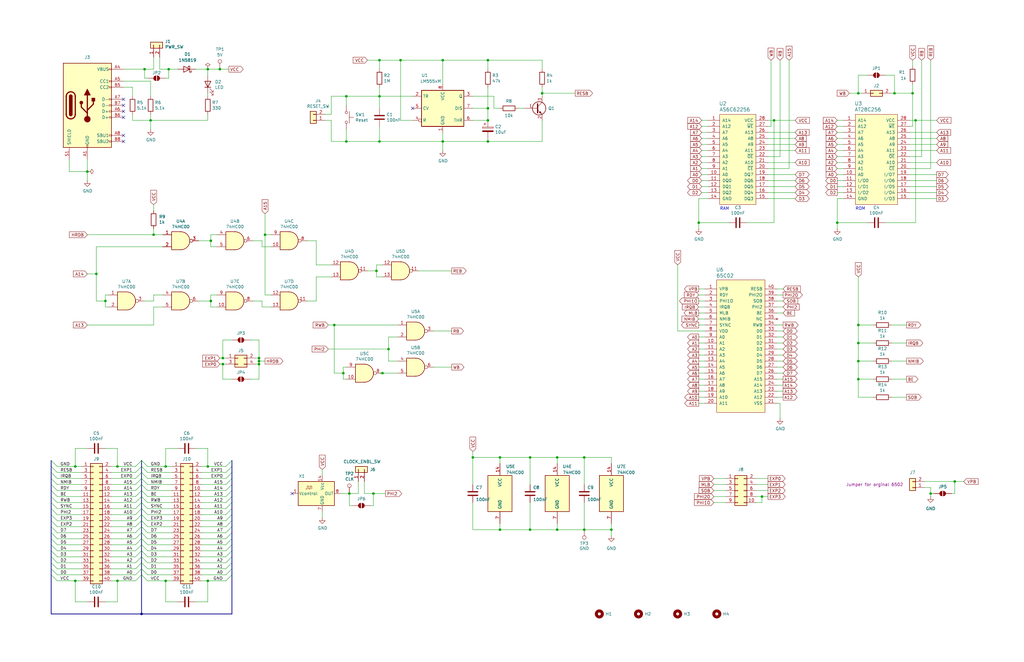
<source format=kicad_sch>
(kicad_sch (version 20231120) (generator "eeschema") (generator_version "8.0")
  (paper "USLedger")
  (title_block (title "6502 Main Board") (date "2024-06-12") (rev "1.0") (company "A.C. Wright Design"))
  (junction (at 361.95 137.16))
  (junction (at 87.63 29.21))
  (junction (at 144.78 157.48))
  (junction (at 326.39 50.8))
  (junction (at 161.29 157.48))
  (junction (at 87.63 196.85))
  (junction (at 353.06 93.98))
  (junction (at 186.69 59.69))
  (junction (at 246.38 223.52))
  (junction (at 31.75 245.11))
  (junction (at 59.69 259.08))
  (junction (at 199.39 193.04))
  (junction (at 205.74 50.8))
  (junction (at 44.45 127))
  (junction (at 146.05 59.69))
  (junction (at 109.22 153.67))
  (junction (at 88.9 101.6))
  (junction (at 71.12 29.21))
  (junction (at 49.53 196.85))
  (junction (at 158.75 114.3))
  (junction (at 228.6 39.37))
  (junction (at 210.82 223.52))
  (junction (at 402.59 203.2))
  (junction (at 109.22 151.13))
  (junction (at 186.69 25.4))
  (junction (at 49.53 245.11))
  (junction (at 87.63 245.11))
  (junction (at 210.82 193.04))
  (junction (at 111.76 99.06))
  (junction (at 361.95 39.37))
  (junction (at 384.81 39.37))
  (junction (at 223.52 193.04))
  (junction (at 223.52 223.52))
  (junction (at 361.95 160.02))
  (junction (at 234.95 223.52))
  (junction (at 31.75 196.85))
  (junction (at 163.83 147.32))
  (junction (at 234.95 193.04))
  (junction (at 205.74 45.72))
  (junction (at 88.9 127))
  (junction (at 160.02 25.4))
  (junction (at 205.74 59.69))
  (junction (at 147.32 208.28))
  (junction (at 146.05 40.64))
  (junction (at 321.31 209.55))
  (junction (at 392.43 208.28))
  (junction (at 257.81 223.52))
  (junction (at 140.97 137.16))
  (junction (at 69.85 196.85))
  (junction (at 246.38 193.04))
  (junction (at 40.64 115.57))
  (junction (at 157.48 208.28))
  (junction (at 109.22 152.4))
  (junction (at 377.19 39.37))
  (junction (at 60.96 29.21))
  (junction (at 205.74 25.4))
  (junction (at 93.98 151.13))
  (junction (at 294.64 93.98))
  (junction (at 69.85 245.11))
  (junction (at 63.5 50.8))
  (junction (at 386.08 50.8))
  (junction (at 168.91 25.4))
  (junction (at 160.02 40.64))
  (junction (at 361.95 152.4))
  (junction (at 64.77 99.06))
  (junction (at 36.83 72.39))
  (junction (at 93.98 153.67))
  (junction (at 92.71 29.21))
  (junction (at 160.02 59.69))
  (junction (at 361.95 144.78))
  (no_connect (at 173.99 45.72))
  (no_connect (at 52.07 44.45))
  (no_connect (at 123.19 208.28))
  (no_connect (at 52.07 49.53))
  (no_connect (at 52.07 59.69))
  (no_connect (at 52.07 46.99))
  (no_connect (at 52.07 57.15))
  (no_connect (at 52.07 41.91))
  (bus_entry (at 97.79 227.33) (size -2.54 2.54))
  (bus_entry (at 97.79 217.17) (size -2.54 2.54))
  (bus_entry (at 59.69 224.79) (size -2.54 2.54))
  (bus_entry (at 59.69 207.01) (size 2.54 2.54))
  (bus_entry (at 59.69 207.01) (size -2.54 2.54))
  (bus_entry (at 97.79 199.39) (size -2.54 2.54))
  (bus_entry (at 21.59 219.71) (size 2.54 2.54))
  (bus_entry (at 97.79 232.41) (size -2.54 2.54))
  (bus_entry (at 21.59 217.17) (size 2.54 2.54))
  (bus_entry (at 21.59 212.09) (size 2.54 2.54))
  (bus_entry (at 59.69 219.71) (size -2.54 2.54))
  (bus_entry (at 21.59 237.49) (size 2.54 2.54))
  (bus_entry (at 59.69 201.93) (size 2.54 2.54))
  (bus_entry (at 59.69 199.39) (size -2.54 2.54))
  (bus_entry (at 59.69 196.85) (size 2.54 2.54))
  (bus_entry (at 59.69 242.57) (size 2.54 2.54))
  (bus_entry (at 59.69 224.79) (size 2.54 2.54))
  (bus_entry (at 59.69 212.09) (size -2.54 2.54))
  (bus_entry (at 97.79 196.85) (size -2.54 2.54))
  (bus_entry (at 59.69 240.03) (size 2.54 2.54))
  (bus_entry (at 21.59 242.57) (size 2.54 2.54))
  (bus_entry (at 21.59 222.25) (size 2.54 2.54))
  (bus_entry (at 59.69 240.03) (size -2.54 2.54))
  (bus_entry (at 21.59 224.79) (size 2.54 2.54))
  (bus_entry (at 59.69 229.87) (size -2.54 2.54))
  (bus_entry (at 59.69 204.47) (size -2.54 2.54))
  (bus_entry (at 21.59 199.39) (size 2.54 2.54))
  (bus_entry (at 97.79 194.31) (size -2.54 2.54))
  (bus_entry (at 59.69 229.87) (size 2.54 2.54))
  (bus_entry (at 97.79 224.79) (size -2.54 2.54))
  (bus_entry (at 97.79 219.71) (size -2.54 2.54))
  (bus_entry (at 97.79 242.57) (size -2.54 2.54))
  (bus_entry (at 59.69 214.63) (size -2.54 2.54))
  (bus_entry (at 59.69 204.47) (size 2.54 2.54))
  (bus_entry (at 21.59 201.93) (size 2.54 2.54))
  (bus_entry (at 59.69 219.71) (size 2.54 2.54))
  (bus_entry (at 21.59 196.85) (size 2.54 2.54))
  (bus_entry (at 21.59 194.31) (size 2.54 2.54))
  (bus_entry (at 59.69 242.57) (size -2.54 2.54))
  (bus_entry (at 59.69 222.25) (size -2.54 2.54))
  (bus_entry (at 59.69 217.17) (size 2.54 2.54))
  (bus_entry (at 59.69 196.85) (size -2.54 2.54))
  (bus_entry (at 59.69 214.63) (size 2.54 2.54))
  (bus_entry (at 97.79 234.95) (size -2.54 2.54))
  (bus_entry (at 21.59 234.95) (size 2.54 2.54))
  (bus_entry (at 59.69 212.09) (size 2.54 2.54))
  (bus_entry (at 97.79 222.25) (size -2.54 2.54))
  (bus_entry (at 59.69 232.41) (size 2.54 2.54))
  (bus_entry (at 59.69 227.33) (size 2.54 2.54))
  (bus_entry (at 97.79 204.47) (size -2.54 2.54))
  (bus_entry (at 59.69 234.95) (size 2.54 2.54))
  (bus_entry (at 59.69 209.55) (size -2.54 2.54))
  (bus_entry (at 59.69 227.33) (size -2.54 2.54))
  (bus_entry (at 21.59 232.41) (size 2.54 2.54))
  (bus_entry (at 59.69 209.55) (size 2.54 2.54))
  (bus_entry (at 59.69 201.93) (size -2.54 2.54))
  (bus_entry (at 59.69 234.95) (size -2.54 2.54))
  (bus_entry (at 21.59 227.33) (size 2.54 2.54))
  (bus_entry (at 59.69 217.17) (size -2.54 2.54))
  (bus_entry (at 97.79 209.55) (size -2.54 2.54))
  (bus_entry (at 97.79 212.09) (size -2.54 2.54))
  (bus_entry (at 97.79 240.03) (size -2.54 2.54))
  (bus_entry (at 59.69 237.49) (size -2.54 2.54))
  (bus_entry (at 21.59 209.55) (size 2.54 2.54))
  (bus_entry (at 59.69 194.31) (size 2.54 2.54))
  (bus_entry (at 59.69 194.31) (size -2.54 2.54))
  (bus_entry (at 21.59 214.63) (size 2.54 2.54))
  (bus_entry (at 97.79 214.63) (size -2.54 2.54))
  (bus_entry (at 21.59 229.87) (size 2.54 2.54))
  (bus_entry (at 97.79 237.49) (size -2.54 2.54))
  (bus_entry (at 59.69 237.49) (size 2.54 2.54))
  (bus_entry (at 59.69 199.39) (size 2.54 2.54))
  (bus_entry (at 59.69 232.41) (size -2.54 2.54))
  (bus_entry (at 97.79 229.87) (size -2.54 2.54))
  (bus_entry (at 21.59 240.03) (size 2.54 2.54))
  (bus_entry (at 21.59 204.47) (size 2.54 2.54))
  (bus_entry (at 59.69 222.25) (size 2.54 2.54))
  (bus_entry (at 97.79 207.01) (size -2.54 2.54))
  (bus_entry (at 21.59 207.01) (size 2.54 2.54))
  (bus_entry (at 97.79 201.93) (size -2.54 2.54))
  (wire (pts (xy 49.53 189.23) (xy 49.53 196.85)))
  (wire (pts (xy 163.83 147.32) (xy 138.43 147.32)))
  (bus (pts (xy 97.79 199.39) (xy 97.79 201.93)))
  (bus (pts (xy 21.59 227.33) (xy 21.59 229.87)))
  (wire (pts (xy 294.64 121.92) (xy 297.18 121.92)))
  (wire (pts (xy 95.25 222.25) (xy 85.09 222.25)))
  (wire (pts (xy 323.85 68.58) (xy 335.28 68.58)))
  (wire (pts (xy 392.43 208.28) (xy 392.43 209.55)))
  (bus (pts (xy 59.69 212.09) (xy 59.69 214.63)))
  (wire (pts (xy 327.66 127) (xy 330.2 127)))
  (wire (pts (xy 158.75 116.84) (xy 161.29 116.84)))
  (wire (pts (xy 72.39 240.03) (xy 62.23 240.03)))
  (wire (pts (xy 294.64 157.48) (xy 297.18 157.48)))
  (wire (pts (xy 95.25 232.41) (xy 85.09 232.41)))
  (wire (pts (xy 294.64 152.4) (xy 297.18 152.4)))
  (wire (pts (xy 323.85 83.82) (xy 335.28 83.82)))
  (wire (pts (xy 36.83 67.31) (xy 36.83 72.39)))
  (wire (pts (xy 294.64 93.98) (xy 307.34 93.98)))
  (bus (pts (xy 97.79 234.95) (xy 97.79 237.49)))
  (wire (pts (xy 64.77 96.52) (xy 64.77 99.06)))
  (bus (pts (xy 21.59 209.55) (xy 21.59 212.09)))
  (wire (pts (xy 383.54 60.96) (xy 394.97 60.96)))
  (wire (pts (xy 95.25 237.49) (xy 85.09 237.49)))
  (wire (pts (xy 205.74 36.83) (xy 205.74 45.72)))
  (wire (pts (xy 199.39 193.04) (xy 199.39 204.47)))
  (wire (pts (xy 57.15 222.25) (xy 46.99 222.25)))
  (wire (pts (xy 158.75 111.76) (xy 158.75 114.3)))
  (wire (pts (xy 143.51 208.28) (xy 147.32 208.28)))
  (wire (pts (xy 95.25 242.57) (xy 85.09 242.57)))
  (bus (pts (xy 97.79 240.03) (xy 97.79 242.57)))
  (wire (pts (xy 228.6 59.69) (xy 205.74 59.69)))
  (wire (pts (xy 361.95 160.02) (xy 361.95 167.64)))
  (wire (pts (xy 57.15 201.93) (xy 46.99 201.93)))
  (wire (pts (xy 176.53 114.3) (xy 190.5 114.3)))
  (wire (pts (xy 205.74 25.4) (xy 186.69 25.4)))
  (wire (pts (xy 402.59 203.2) (xy 406.4 203.2)))
  (wire (pts (xy 156.21 213.36) (xy 157.48 213.36)))
  (wire (pts (xy 295.91 58.42) (xy 298.45 58.42)))
  (wire (pts (xy 300.99 201.93) (xy 306.07 201.93)))
  (wire (pts (xy 160.02 53.34) (xy 160.02 59.69)))
  (wire (pts (xy 55.88 36.83) (xy 55.88 40.64)))
  (bus (pts (xy 21.59 199.39) (xy 21.59 201.93)))
  (wire (pts (xy 294.64 165.1) (xy 297.18 165.1)))
  (wire (pts (xy 327.66 165.1) (xy 330.2 165.1)))
  (wire (pts (xy 295.91 76.2) (xy 298.45 76.2)))
  (wire (pts (xy 95.25 207.01) (xy 85.09 207.01)))
  (wire (pts (xy 353.06 60.96) (xy 355.6 60.96)))
  (wire (pts (xy 105.41 143.51) (xy 109.22 143.51)))
  (wire (pts (xy 323.85 71.12) (xy 332.74 71.12)))
  (wire (pts (xy 93.98 151.13) (xy 92.71 151.13)))
  (wire (pts (xy 69.85 189.23) (xy 69.85 196.85)))
  (wire (pts (xy 323.85 60.96) (xy 335.28 60.96)))
  (wire (pts (xy 377.19 31.75) (xy 377.19 39.37)))
  (wire (pts (xy 199.39 223.52) (xy 210.82 223.52)))
  (bus (pts (xy 59.69 209.55) (xy 59.69 212.09)))
  (wire (pts (xy 49.53 254) (xy 44.45 254)))
  (wire (pts (xy 383.54 53.34) (xy 384.81 53.34)))
  (wire (pts (xy 353.06 55.88) (xy 355.6 55.88)))
  (wire (pts (xy 40.64 127) (xy 40.64 115.57)))
  (wire (pts (xy 158.75 114.3) (xy 158.75 116.84)))
  (wire (pts (xy 95.25 196.85) (xy 87.63 196.85)))
  (wire (pts (xy 87.63 39.37) (xy 87.63 40.64)))
  (wire (pts (xy 133.35 111.76) (xy 139.7 111.76)))
  (wire (pts (xy 140.97 157.48) (xy 140.97 137.16)))
  (wire (pts (xy 246.38 212.09) (xy 246.38 223.52)))
  (wire (pts (xy 62.23 242.57) (xy 72.39 242.57)))
  (wire (pts (xy 168.91 25.4) (xy 168.91 50.8)))
  (wire (pts (xy 257.81 223.52) (xy 257.81 220.98)))
  (wire (pts (xy 72.39 196.85) (xy 69.85 196.85)))
  (wire (pts (xy 332.74 71.12) (xy 332.74 25.4)))
  (wire (pts (xy 328.93 66.04) (xy 328.93 25.4)))
  (wire (pts (xy 110.49 104.14) (xy 110.49 101.6)))
  (wire (pts (xy 139.7 40.64) (xy 139.7 48.26)))
  (wire (pts (xy 52.07 29.21) (xy 60.96 29.21)))
  (wire (pts (xy 377.19 39.37) (xy 384.81 39.37)))
  (wire (pts (xy 327.66 170.18) (xy 328.93 170.18)))
  (wire (pts (xy 110.49 127) (xy 106.68 127)))
  (wire (pts (xy 85.09 240.03) (xy 95.25 240.03)))
  (wire (pts (xy 93.98 160.02) (xy 97.79 160.02)))
  (wire (pts (xy 44.45 189.23) (xy 49.53 189.23)))
  (bus (pts (xy 59.69 214.63) (xy 59.69 217.17)))
  (wire (pts (xy 24.13 222.25) (xy 34.29 222.25)))
  (wire (pts (xy 74.93 189.23) (xy 69.85 189.23)))
  (wire (pts (xy 87.63 29.21) (xy 92.71 29.21)))
  (wire (pts (xy 36.83 99.06) (xy 64.77 99.06)))
  (wire (pts (xy 62.23 204.47) (xy 72.39 204.47)))
  (wire (pts (xy 57.15 232.41) (xy 46.99 232.41)))
  (wire (pts (xy 72.39 229.87) (xy 62.23 229.87)))
  (wire (pts (xy 31.75 189.23) (xy 31.75 196.85)))
  (bus (pts (xy 97.79 222.25) (xy 97.79 224.79)))
  (wire (pts (xy 327.66 132.08) (xy 330.2 132.08)))
  (bus (pts (xy 59.69 219.71) (xy 59.69 222.25)))
  (wire (pts (xy 139.7 48.26) (xy 137.16 48.26)))
  (wire (pts (xy 57.15 212.09) (xy 46.99 212.09)))
  (wire (pts (xy 295.91 81.28) (xy 298.45 81.28)))
  (wire (pts (xy 31.75 245.11) (xy 31.75 254)))
  (wire (pts (xy 24.13 199.39) (xy 34.29 199.39)))
  (wire (pts (xy 375.92 160.02) (xy 382.27 160.02)))
  (wire (pts (xy 88.9 104.14) (xy 91.44 104.14)))
  (bus (pts (xy 59.69 224.79) (xy 59.69 227.33)))
  (wire (pts (xy 72.39 245.11) (xy 69.85 245.11)))
  (wire (pts (xy 88.9 124.46) (xy 88.9 127)))
  (wire (pts (xy 85.09 214.63) (xy 95.25 214.63)))
  (wire (pts (xy 24.13 212.09) (xy 34.29 212.09)))
  (wire (pts (xy 199.39 45.72) (xy 205.74 45.72)))
  (wire (pts (xy 327.66 149.86) (xy 330.2 149.86)))
  (wire (pts (xy 318.77 209.55) (xy 321.31 209.55)))
  (bus (pts (xy 21.59 229.87) (xy 21.59 232.41)))
  (wire (pts (xy 95.25 153.67) (xy 93.98 153.67)))
  (bus (pts (xy 21.59 201.93) (xy 21.59 204.47)))
  (wire (pts (xy 383.54 58.42) (xy 394.97 58.42)))
  (wire (pts (xy 386.08 50.8) (xy 394.97 50.8)))
  (wire (pts (xy 62.23 222.25) (xy 72.39 222.25)))
  (wire (pts (xy 294.64 132.08) (xy 297.18 132.08)))
  (wire (pts (xy 246.38 193.04) (xy 246.38 204.47)))
  (wire (pts (xy 40.64 115.57) (xy 36.83 115.57)))
  (wire (pts (xy 62.23 207.01) (xy 72.39 207.01)))
  (bus (pts (xy 21.59 212.09) (xy 21.59 214.63)))
  (wire (pts (xy 154.94 114.3) (xy 158.75 114.3)))
  (wire (pts (xy 46.99 224.79) (xy 57.15 224.79)))
  (wire (pts (xy 386.08 93.98) (xy 386.08 50.8)))
  (wire (pts (xy 186.69 59.69) (xy 186.69 55.88)))
  (wire (pts (xy 355.6 83.82) (xy 353.06 83.82)))
  (wire (pts (xy 57.15 217.17) (xy 46.99 217.17)))
  (bus (pts (xy 21.59 224.79) (xy 21.59 227.33)))
  (wire (pts (xy 31.75 254) (xy 36.83 254)))
  (wire (pts (xy 85.09 245.11) (xy 87.63 245.11)))
  (wire (pts (xy 144.78 154.94) (xy 146.05 154.94)))
  (wire (pts (xy 46.99 240.03) (xy 57.15 240.03)))
  (wire (pts (xy 109.22 152.4) (xy 109.22 153.67)))
  (wire (pts (xy 218.44 45.72) (xy 220.98 45.72)))
  (wire (pts (xy 133.35 101.6) (xy 133.35 111.76)))
  (wire (pts (xy 294.64 144.78) (xy 297.18 144.78)))
  (wire (pts (xy 85.09 219.71) (xy 95.25 219.71)))
  (wire (pts (xy 109.22 153.67) (xy 107.95 153.67)))
  (wire (pts (xy 208.28 45.72) (xy 210.82 45.72)))
  (wire (pts (xy 57.15 242.57) (xy 46.99 242.57)))
  (wire (pts (xy 87.63 245.11) (xy 95.25 245.11)))
  (wire (pts (xy 31.75 196.85) (xy 34.29 196.85)))
  (wire (pts (xy 257.81 223.52) (xy 257.81 226.06)))
  (wire (pts (xy 295.91 60.96) (xy 298.45 60.96)))
  (wire (pts (xy 44.45 124.46) (xy 44.45 127)))
  (wire (pts (xy 60.96 33.02) (xy 60.96 29.21)))
  (bus (pts (xy 59.69 217.17) (xy 59.69 219.71)))
  (wire (pts (xy 361.95 31.75) (xy 361.95 39.37)))
  (wire (pts (xy 88.9 99.06) (xy 88.9 101.6)))
  (wire (pts (xy 375.92 39.37) (xy 377.19 39.37)))
  (wire (pts (xy 388.62 66.04) (xy 388.62 25.4)))
  (wire (pts (xy 392.43 71.12) (xy 392.43 25.4)))
  (wire (pts (xy 85.09 209.55) (xy 95.25 209.55)))
  (wire (pts (xy 402.59 208.28) (xy 402.59 203.2)))
  (wire (pts (xy 384.81 53.34) (xy 384.81 39.37)))
  (wire (pts (xy 210.82 193.04) (xy 223.52 193.04)))
  (wire (pts (xy 72.39 234.95) (xy 62.23 234.95)))
  (wire (pts (xy 294.64 142.24) (xy 297.18 142.24)))
  (wire (pts (xy 210.82 223.52) (xy 223.52 223.52)))
  (wire (pts (xy 361.95 116.84) (xy 361.95 137.16)))
  (wire (pts (xy 353.06 81.28) (xy 355.6 81.28)))
  (wire (pts (xy 146.05 40.64) (xy 139.7 40.64)))
  (wire (pts (xy 294.64 147.32) (xy 297.18 147.32)))
  (wire (pts (xy 363.22 39.37) (xy 361.95 39.37)))
  (wire (pts (xy 361.95 167.64) (xy 368.3 167.64)))
  (wire (pts (xy 46.99 234.95) (xy 57.15 234.95)))
  (wire (pts (xy 228.6 39.37) (xy 242.57 39.37)))
  (wire (pts (xy 234.95 223.52) (xy 246.38 223.52)))
  (bus (pts (xy 59.69 234.95) (xy 59.69 237.49)))
  (wire (pts (xy 140.97 137.16) (xy 167.64 137.16)))
  (wire (pts (xy 34.29 224.79) (xy 24.13 224.79)))
  (wire (pts (xy 234.95 193.04) (xy 234.95 195.58)))
  (wire (pts (xy 323.85 58.42) (xy 335.28 58.42)))
  (wire (pts (xy 91.44 99.06) (xy 88.9 99.06)))
  (wire (pts (xy 114.3 99.06) (xy 111.76 99.06)))
  (wire (pts (xy 87.63 245.11) (xy 87.63 254)))
  (wire (pts (xy 147.32 208.28) (xy 151.13 208.28)))
  (wire (pts (xy 144.78 157.48) (xy 144.78 154.94)))
  (wire (pts (xy 353.06 50.8) (xy 355.6 50.8)))
  (wire (pts (xy 323.85 63.5) (xy 335.28 63.5)))
  (wire (pts (xy 153.67 203.2) (xy 153.67 208.28)))
  (wire (pts (xy 361.95 160.02) (xy 368.3 160.02)))
  (wire (pts (xy 294.64 129.54) (xy 297.18 129.54)))
  (bus (pts (xy 59.69 240.03) (xy 59.69 242.57)))
  (wire (pts (xy 144.78 157.48) (xy 140.97 157.48)))
  (wire (pts (xy 353.06 93.98) (xy 365.76 93.98)))
  (wire (pts (xy 246.38 193.04) (xy 257.81 193.04)))
  (wire (pts (xy 294.64 162.56) (xy 297.18 162.56)))
  (wire (pts (xy 160.02 59.69) (xy 186.69 59.69)))
  (wire (pts (xy 57.15 227.33) (xy 46.99 227.33)))
  (bus (pts (xy 97.79 214.63) (xy 97.79 217.17)))
  (wire (pts (xy 62.23 217.17) (xy 72.39 217.17)))
  (wire (pts (xy 353.06 63.5) (xy 355.6 63.5)))
  (bus (pts (xy 59.69 196.85) (xy 59.69 199.39)))
  (bus (pts (xy 97.79 242.57) (xy 97.79 259.08)))
  (wire (pts (xy 257.81 193.04) (xy 257.81 195.58)))
  (wire (pts (xy 223.52 212.09) (xy 223.52 223.52)))
  (wire (pts (xy 110.49 129.54) (xy 110.49 127)))
  (wire (pts (xy 34.29 240.03) (xy 24.13 240.03)))
  (wire (pts (xy 361.95 137.16) (xy 368.3 137.16)))
  (wire (pts (xy 173.99 40.64) (xy 160.02 40.64)))
  (wire (pts (xy 63.5 34.29) (xy 63.5 40.64)))
  (wire (pts (xy 72.39 214.63) (xy 62.23 214.63)))
  (wire (pts (xy 375.92 137.16) (xy 382.27 137.16)))
  (wire (pts (xy 109.22 151.13) (xy 109.22 152.4)))
  (wire (pts (xy 365.76 31.75) (xy 361.95 31.75)))
  (wire (pts (xy 88.9 124.46) (xy 91.44 124.46)))
  (wire (pts (xy 148.59 213.36) (xy 147.32 213.36)))
  (wire (pts (xy 95.25 151.13) (xy 93.98 151.13)))
  (wire (pts (xy 62.23 196.85) (xy 69.85 196.85)))
  (wire (pts (xy 45.72 124.46) (xy 44.45 124.46)))
  (bus (pts (xy 21.59 219.71) (xy 21.59 222.25)))
  (wire (pts (xy 87.63 196.85) (xy 85.09 196.85)))
  (wire (pts (xy 46.99 219.71) (xy 57.15 219.71)))
  (wire (pts (xy 163.83 147.32) (xy 163.83 152.4)))
  (wire (pts (xy 24.13 201.93) (xy 34.29 201.93)))
  (wire (pts (xy 295.91 68.58) (xy 298.45 68.58)))
  (wire (pts (xy 62.23 33.02) (xy 60.96 33.02)))
  (wire (pts (xy 95.25 217.17) (xy 85.09 217.17)))
  (wire (pts (xy 64.77 137.16) (xy 36.83 137.16)))
  (wire (pts (xy 285.75 111.76) (xy 285.75 139.7)))
  (wire (pts (xy 168.91 50.8) (xy 173.99 50.8)))
  (wire (pts (xy 34.29 229.87) (xy 24.13 229.87)))
  (wire (pts (xy 64.77 127) (xy 64.77 124.46)))
  (wire (pts (xy 294.64 83.82) (xy 294.64 93.98)))
  (wire (pts (xy 157.48 208.28) (xy 162.56 208.28)))
  (wire (pts (xy 327.66 142.24) (xy 330.2 142.24)))
  (wire (pts (xy 24.13 245.11) (xy 31.75 245.11)))
  (wire (pts (xy 323.85 53.34) (xy 325.12 53.34)))
  (wire (pts (xy 49.53 245.11) (xy 57.15 245.11)))
  (wire (pts (xy 295.91 55.88) (xy 298.45 55.88)))
  (wire (pts (xy 323.85 73.66) (xy 335.28 73.66)))
  (wire (pts (xy 24.13 204.47) (xy 34.29 204.47)))
  (wire (pts (xy 208.28 40.64) (xy 208.28 45.72)))
  (wire (pts (xy 85.09 229.87) (xy 95.25 229.87)))
  (wire (pts (xy 144.78 160.02) (xy 144.78 157.48)))
  (wire (pts (xy 160.02 40.64) (xy 160.02 36.83)))
  (wire (pts (xy 353.06 93.98) (xy 353.06 96.52)))
  (wire (pts (xy 285.75 139.7) (xy 297.18 139.7)))
  (wire (pts (xy 83.82 101.6) (xy 88.9 101.6)))
  (wire (pts (xy 234.95 223.52) (xy 234.95 220.98)))
  (wire (pts (xy 323.85 78.74) (xy 335.28 78.74)))
  (wire (pts (xy 294.64 127) (xy 297.18 127)))
  (wire (pts (xy 205.74 25.4) (xy 228.6 25.4)))
  (wire (pts (xy 161.29 157.48) (xy 167.64 157.48)))
  (bus (pts (xy 97.79 217.17) (xy 97.79 219.71)))
  (wire (pts (xy 199.39 212.09) (xy 199.39 223.52)))
  (bus (pts (xy 97.79 207.01) (xy 97.79 209.55)))
  (wire (pts (xy 49.53 245.11) (xy 49.53 254)))
  (wire (pts (xy 64.77 129.54) (xy 64.77 137.16)))
  (wire (pts (xy 93.98 153.67) (xy 92.71 153.67)))
  (wire (pts (xy 24.13 217.17) (xy 34.29 217.17)))
  (wire (pts (xy 83.82 127) (xy 88.9 127)))
  (wire (pts (xy 95.25 227.33) (xy 85.09 227.33)))
  (wire (pts (xy 85.09 199.39) (xy 95.25 199.39)))
  (bus (pts (xy 21.59 194.31) (xy 21.59 196.85)))
  (bus (pts (xy 59.69 242.57) (xy 59.69 259.08)))
  (wire (pts (xy 167.64 142.24) (xy 163.83 142.24)))
  (wire (pts (xy 40.64 104.14) (xy 68.58 104.14)))
  (bus (pts (xy 97.79 212.09) (xy 97.79 214.63)))
  (wire (pts (xy 146.05 160.02) (xy 144.78 160.02)))
  (wire (pts (xy 327.66 160.02) (xy 330.2 160.02)))
  (wire (pts (xy 353.06 83.82) (xy 353.06 93.98)))
  (wire (pts (xy 161.29 111.76) (xy 158.75 111.76)))
  (wire (pts (xy 93.98 143.51) (xy 93.98 151.13)))
  (wire (pts (xy 163.83 152.4) (xy 167.64 152.4)))
  (bus (pts (xy 59.69 204.47) (xy 59.69 207.01)))
  (wire (pts (xy 373.38 93.98) (xy 386.08 93.98)))
  (wire (pts (xy 228.6 36.83) (xy 228.6 39.37)))
  (wire (pts (xy 223.52 204.47) (xy 223.52 193.04)))
  (wire (pts (xy 46.99 209.55) (xy 57.15 209.55)))
  (wire (pts (xy 353.06 66.04) (xy 355.6 66.04)))
  (wire (pts (xy 353.06 76.2) (xy 355.6 76.2)))
  (wire (pts (xy 210.82 195.58) (xy 210.82 193.04)))
  (wire (pts (xy 109.22 160.02) (xy 105.41 160.02)))
  (wire (pts (xy 383.54 55.88) (xy 394.97 55.88)))
  (wire (pts (xy 60.96 127) (xy 64.77 127)))
  (wire (pts (xy 107.95 151.13) (xy 109.22 151.13)))
  (wire (pts (xy 160.02 25.4) (xy 160.02 29.21)))
  (wire (pts (xy 62.23 227.33) (xy 72.39 227.33)))
  (wire (pts (xy 85.09 224.79) (xy 95.25 224.79)))
  (wire (pts (xy 323.85 55.88) (xy 335.28 55.88)))
  (wire (pts (xy 323.85 76.2) (xy 335.28 76.2)))
  (wire (pts (xy 327.66 121.92) (xy 330.2 121.92)))
  (wire (pts (xy 55.88 48.26) (xy 55.88 50.8)))
  (wire (pts (xy 146.05 54.61) (xy 146.05 59.69)))
  (wire (pts (xy 373.38 31.75) (xy 377.19 31.75)))
  (wire (pts (xy 327.66 124.46) (xy 330.2 124.46)))
  (wire (pts (xy 328.93 170.18) (xy 328.93 176.53)))
  (bus (pts (xy 59.69 207.01) (xy 59.69 209.55)))
  (wire (pts (xy 82.55 189.23) (xy 87.63 189.23)))
  (wire (pts (xy 24.13 242.57) (xy 34.29 242.57)))
  (wire (pts (xy 34.29 219.71) (xy 24.13 219.71)))
  (wire (pts (xy 326.39 93.98) (xy 326.39 50.8)))
  (wire (pts (xy 111.76 124.46) (xy 114.3 124.46)))
  (wire (pts (xy 300.99 212.09) (xy 306.07 212.09)))
  (wire (pts (xy 95.25 212.09) (xy 85.09 212.09)))
  (wire (pts (xy 327.66 139.7) (xy 330.2 139.7)))
  (wire (pts (xy 46.99 214.63) (xy 57.15 214.63)))
  (bus (pts (xy 21.59 240.03) (xy 21.59 242.57)))
  (wire (pts (xy 24.13 227.33) (xy 34.29 227.33)))
  (wire (pts (xy 64.77 88.9) (xy 64.77 86.36)))
  (wire (pts (xy 135.89 215.9) (xy 135.89 218.44)))
  (bus (pts (xy 97.79 194.31) (xy 97.79 196.85)))
  (wire (pts (xy 146.05 44.45) (xy 146.05 40.64)))
  (wire (pts (xy 205.74 58.42) (xy 205.74 59.69)))
  (wire (pts (xy 46.99 245.11) (xy 49.53 245.11)))
  (wire (pts (xy 44.45 127) (xy 40.64 127)))
  (bus (pts (xy 21.59 204.47) (xy 21.59 207.01)))
  (wire (pts (xy 295.91 63.5) (xy 298.45 63.5)))
  (wire (pts (xy 294.64 137.16) (xy 297.18 137.16)))
  (wire (pts (xy 46.99 229.87) (xy 57.15 229.87)))
  (wire (pts (xy 157.48 213.36) (xy 157.48 208.28)))
  (bus (pts (xy 21.59 234.95) (xy 21.59 237.49)))
  (bus (pts (xy 21.59 237.49) (xy 21.59 240.03)))
  (bus (pts (xy 97.79 219.71) (xy 97.79 222.25)))
  (wire (pts (xy 228.6 39.37) (xy 228.6 40.64)))
  (wire (pts (xy 383.54 71.12) (xy 392.43 71.12)))
  (wire (pts (xy 63.5 48.26) (xy 63.5 50.8)))
  (wire (pts (xy 68.58 99.06) (xy 64.77 99.06)))
  (wire (pts (xy 34.29 245.11) (xy 31.75 245.11)))
  (wire (pts (xy 300.99 207.01) (xy 306.07 207.01)))
  (wire (pts (xy 327.66 154.94) (xy 330.2 154.94)))
  (bus (pts (xy 21.59 222.25) (xy 21.59 224.79)))
  (wire (pts (xy 361.95 144.78) (xy 361.95 152.4)))
  (wire (pts (xy 44.45 127) (xy 44.45 129.54)))
  (wire (pts (xy 318.77 204.47) (xy 323.85 204.47)))
  (wire (pts (xy 137.16 50.8) (xy 139.7 50.8)))
  (wire (pts (xy 199.39 40.64) (xy 208.28 40.64)))
  (bus (pts (xy 97.79 209.55) (xy 97.79 212.09)))
  (wire (pts (xy 24.13 207.01) (xy 34.29 207.01)))
  (wire (pts (xy 389.89 205.74) (xy 392.43 205.74)))
  (wire (pts (xy 109.22 152.4) (xy 111.76 152.4)))
  (wire (pts (xy 87.63 48.26) (xy 87.63 50.8)))
  (wire (pts (xy 24.13 232.41) (xy 34.29 232.41)))
  (wire (pts (xy 40.64 115.57) (xy 40.64 104.14)))
  (wire (pts (xy 69.85 245.11) (xy 69.85 254)))
  (wire (pts (xy 71.12 29.21) (xy 74.93 29.21)))
  (bus (pts (xy 21.59 214.63) (xy 21.59 217.17)))
  (wire (pts (xy 57.15 207.01) (xy 46.99 207.01)))
  (wire (pts (xy 72.39 209.55) (xy 62.23 209.55)))
  (wire (pts (xy 383.54 81.28) (xy 394.97 81.28)))
  (bus (pts (xy 97.79 204.47) (xy 97.79 207.01)))
  (wire (pts (xy 168.91 25.4) (xy 160.02 25.4)))
  (wire (pts (xy 323.85 81.28) (xy 335.28 81.28)))
  (wire (pts (xy 24.13 196.85) (xy 31.75 196.85)))
  (wire (pts (xy 160.02 157.48) (xy 161.29 157.48)))
  (wire (pts (xy 223.52 223.52) (xy 234.95 223.52)))
  (wire (pts (xy 234.95 193.04) (xy 246.38 193.04)))
  (wire (pts (xy 228.6 50.8) (xy 228.6 59.69)))
  (bus (pts (xy 21.59 207.01) (xy 21.59 209.55)))
  (wire (pts (xy 205.74 45.72) (xy 205.74 50.8)))
  (wire (pts (xy 135.89 198.12) (xy 135.89 200.66)))
  (wire (pts (xy 383.54 76.2) (xy 394.97 76.2)))
  (wire (pts (xy 139.7 59.69) (xy 146.05 59.69)))
  (wire (pts (xy 199.39 193.04) (xy 210.82 193.04)))
  (wire (pts (xy 205.74 59.69) (xy 186.69 59.69)))
  (wire (pts (xy 82.55 29.21) (xy 87.63 29.21)))
  (wire (pts (xy 92.71 29.21) (xy 96.52 29.21)))
  (wire (pts (xy 109.22 143.51) (xy 109.22 151.13)))
  (wire (pts (xy 63.5 50.8) (xy 87.63 50.8)))
  (wire (pts (xy 69.85 33.02) (xy 71.12 33.02)))
  (wire (pts (xy 361.95 144.78) (xy 368.3 144.78)))
  (wire (pts (xy 326.39 50.8) (xy 335.28 50.8)))
  (bus (pts (xy 59.69 229.87) (xy 59.69 232.41)))
  (bus (pts (xy 97.79 237.49) (xy 97.79 240.03)))
  (wire (pts (xy 294.64 167.64) (xy 297.18 167.64)))
  (wire (pts (xy 383.54 78.74) (xy 394.97 78.74)))
  (wire (pts (xy 88.9 129.54) (xy 91.44 129.54)))
  (wire (pts (xy 62.23 199.39) (xy 72.39 199.39)))
  (wire (pts (xy 34.29 214.63) (xy 24.13 214.63)))
  (wire (pts (xy 85.09 204.47) (xy 95.25 204.47)))
  (wire (pts (xy 246.38 223.52) (xy 257.81 223.52)))
  (wire (pts (xy 67.31 29.21) (xy 71.12 29.21)))
  (wire (pts (xy 375.92 144.78) (xy 382.27 144.78)))
  (wire (pts (xy 36.83 72.39) (xy 36.83 76.2)))
  (wire (pts (xy 52.07 36.83) (xy 55.88 36.83)))
  (wire (pts (xy 318.77 212.09) (xy 321.31 212.09)))
  (bus (pts (xy 97.79 232.41) (xy 97.79 234.95)))
  (wire (pts (xy 361.95 152.4) (xy 368.3 152.4)))
  (wire (pts (xy 62.23 212.09) (xy 72.39 212.09)))
  (bus (pts (xy 59.69 237.49) (xy 59.69 240.03)))
  (wire (pts (xy 62.23 245.11) (xy 69.85 245.11)))
  (wire (pts (xy 93.98 160.02) (xy 93.98 153.67)))
  (wire (pts (xy 85.09 234.95) (xy 95.25 234.95)))
  (wire (pts (xy 383.54 83.82) (xy 394.97 83.82)))
  (wire (pts (xy 95.25 201.93) (xy 85.09 201.93)))
  (wire (pts (xy 72.39 224.79) (xy 62.23 224.79)))
  (wire (pts (xy 295.91 71.12) (xy 298.45 71.12)))
  (wire (pts (xy 210.82 223.52) (xy 210.82 220.98)))
  (wire (pts (xy 300.99 209.55) (xy 306.07 209.55)))
  (wire (pts (xy 34.29 209.55) (xy 24.13 209.55)))
  (bus (pts (xy 21.59 217.17) (xy 21.59 219.71)))
  (wire (pts (xy 182.88 139.7) (xy 190.5 139.7)))
  (wire (pts (xy 88.9 127) (xy 88.9 129.54)))
  (wire (pts (xy 111.76 99.06) (xy 111.76 124.46)))
  (wire (pts (xy 139.7 50.8) (xy 139.7 59.69)))
  (wire (pts (xy 392.43 205.74) (xy 392.43 208.28)))
  (wire (pts (xy 327.66 129.54) (xy 330.2 129.54)))
  (wire (pts (xy 57.15 196.85) (xy 49.53 196.85)))
  (wire (pts (xy 361.95 137.16) (xy 361.95 144.78)))
  (wire (pts (xy 114.3 129.54) (xy 110.49 129.54)))
  (bus (pts (xy 97.79 201.93) (xy 97.79 204.47)))
  (wire (pts (xy 295.91 53.34) (xy 298.45 53.34)))
  (wire (pts (xy 29.21 67.31) (xy 29.21 72.39)))
  (wire (pts (xy 327.66 162.56) (xy 330.2 162.56)))
  (wire (pts (xy 24.13 237.49) (xy 34.29 237.49)))
  (wire (pts (xy 186.69 25.4) (xy 168.91 25.4)))
  (wire (pts (xy 353.06 73.66) (xy 355.6 73.66)))
  (wire (pts (xy 29.21 72.39) (xy 36.83 72.39)))
  (wire (pts (xy 327.66 144.78) (xy 330.2 144.78)))
  (wire (pts (xy 87.63 31.75) (xy 87.63 29.21)))
  (wire (pts (xy 353.06 53.34) (xy 355.6 53.34)))
  (wire (pts (xy 62.23 201.93) (xy 72.39 201.93)))
  (bus (pts (xy 59.69 222.25) (xy 59.69 224.79)))
  (wire (pts (xy 69.85 254) (xy 74.93 254)))
  (bus (pts (xy 59.69 232.41) (xy 59.69 234.95)))
  (wire (pts (xy 114.3 104.14) (xy 110.49 104.14)))
  (wire (pts (xy 383.54 66.04) (xy 388.62 66.04)))
  (wire (pts (xy 383.54 50.8) (xy 386.08 50.8)))
  (bus (pts (xy 97.79 196.85) (xy 97.79 199.39)))
  (wire (pts (xy 327.66 152.4) (xy 330.2 152.4)))
  (wire (pts (xy 62.23 237.49) (xy 72.39 237.49)))
  (wire (pts (xy 129.54 127) (xy 133.35 127)))
  (wire (pts (xy 34.29 234.95) (xy 24.13 234.95)))
  (wire (pts (xy 72.39 219.71) (xy 62.23 219.71)))
  (wire (pts (xy 129.54 101.6) (xy 133.35 101.6)))
  (wire (pts (xy 294.64 134.62) (xy 297.18 134.62)))
  (wire (pts (xy 294.64 170.18) (xy 297.18 170.18)))
  (wire (pts (xy 160.02 45.72) (xy 160.02 40.64)))
  (wire (pts (xy 67.31 24.13) (xy 67.31 29.21)))
  (wire (pts (xy 383.54 68.58) (xy 394.97 68.58)))
  (wire (pts (xy 205.74 29.21) (xy 205.74 25.4)))
  (wire (pts (xy 163.83 142.24) (xy 163.83 147.32)))
  (wire (pts (xy 146.05 40.64) (xy 160.02 40.64)))
  (wire (pts (xy 353.06 58.42) (xy 355.6 58.42)))
  (wire (pts (xy 111.76 99.06) (xy 111.76 90.17)))
  (wire (pts (xy 393.7 208.28) (xy 392.43 208.28)))
  (wire (pts (xy 64.77 124.46) (xy 68.58 124.46)))
  (wire (pts (xy 294.64 149.86) (xy 297.18 149.86)))
  (wire (pts (xy 389.89 203.2) (xy 402.59 203.2)))
  (wire (pts (xy 375.92 152.4) (xy 382.27 152.4)))
  (wire (pts (xy 314.96 93.98) (xy 326.39 93.98)))
  (bus (pts (xy 97.79 229.87) (xy 97.79 232.41)))
  (wire (pts (xy 153.67 208.28) (xy 157.48 208.28)))
  (wire (pts (xy 133.35 127) (xy 133.35 116.84)))
  (wire (pts (xy 361.95 39.37) (xy 358.14 39.37)))
  (wire (pts (xy 46.99 199.39) (xy 57.15 199.39)))
  (wire (pts (xy 223.52 193.04) (xy 234.95 193.04)))
  (wire (pts (xy 327.66 167.64) (xy 330.2 167.64)))
  (wire (pts (xy 68.58 129.54) (xy 64.77 129.54)))
  (bus (pts (xy 59.69 201.93) (xy 59.69 204.47)))
  (wire (pts (xy 384.81 39.37) (xy 384.81 35.56)))
  (wire (pts (xy 186.69 35.56) (xy 186.69 25.4)))
  (wire (pts (xy 87.63 254) (xy 82.55 254)))
  (wire (pts (xy 93.98 143.51) (xy 97.79 143.51)))
  (wire (pts (xy 384.81 27.94) (xy 384.81 25.4)))
  (wire (pts (xy 402.59 208.28) (xy 401.32 208.28)))
  (wire (pts (xy 199.39 193.04) (xy 199.39 190.5)))
  (wire (pts (xy 353.06 71.12) (xy 355.6 71.12)))
  (wire (pts (xy 361.95 152.4) (xy 361.95 160.02)))
  (wire (pts (xy 375.92 167.64) (xy 382.27 167.64)))
  (bus (pts (xy 21.59 196.85) (xy 21.59 199.39)))
  (wire (pts (xy 295.91 73.66) (xy 298.45 73.66)))
  (bus (pts (xy 59.69 227.33) (xy 59.69 229.87)))
  (wire (pts (xy 327.66 157.48) (xy 330.2 157.48)))
  (wire (pts (xy 323.85 50.8) (xy 326.39 50.8)))
  (wire (pts (xy 140.97 137.16) (xy 138.43 137.16)))
  (wire (pts (xy 318.77 201.93) (xy 323.85 201.93)))
  (wire (pts (xy 295.91 78.74) (xy 298.45 78.74)))
  (wire (pts (xy 383.54 73.66) (xy 394.97 73.66)))
  (wire (pts (xy 294.64 154.94) (xy 297.18 154.94)))
  (bus (pts (xy 59.69 259.08) (xy 97.79 259.08)))
  (wire (pts (xy 46.99 196.85) (xy 49.53 196.85)))
  (wire (pts (xy 71.12 33.02) (xy 71.12 29.21)))
  (wire (pts (xy 109.22 153.67) (xy 109.22 160.02)))
  (wire (pts (xy 325.12 53.34) (xy 325.12 25.4)))
  (bus (pts (xy 59.69 199.39) (xy 59.69 201.93)))
  (wire (pts (xy 318.77 207.01) (xy 323.85 207.01)))
  (wire (pts (xy 199.39 50.8) (xy 205.74 50.8)))
  (wire (pts (xy 60.96 29.21) (xy 64.77 29.21)))
  (wire (pts (xy 46.99 204.47) (xy 57.15 204.47)))
  (wire (pts (xy 383.54 63.5) (xy 394.97 63.5)))
  (wire (pts (xy 57.15 237.49) (xy 46.99 237.49)))
  (wire (pts (xy 55.88 50.8) (xy 63.5 50.8)))
  (wire (pts (xy 151.13 203.2) (xy 151.13 208.28)))
  (wire (pts (xy 146.05 59.69) (xy 160.02 59.69)))
  (bus (pts (xy 97.79 227.33) (xy 97.79 229.87)))
  (wire (pts (xy 88.9 101.6) (xy 88.9 104.14)))
  (wire (pts (xy 321.31 209.55) (xy 323.85 209.55)))
  (wire (pts (xy 228.6 25.4) (xy 228.6 29.21)))
  (wire (pts (xy 295.91 50.8) (xy 298.45 50.8)))
  (wire (pts (xy 327.66 147.32) (xy 330.2 147.32)))
  (wire (pts (xy 298.45 83.82) (xy 294.64 83.82)))
  (wire (pts (xy 294.64 124.46) (xy 297.18 124.46)))
  (wire (pts (xy 139.7 116.84) (xy 133.35 116.84)))
  (wire (pts (xy 62.23 232.41) (xy 72.39 232.41)))
  (wire (pts (xy 323.85 66.04) (xy 328.93 66.04)))
  (bus (pts (xy 21.59 259.08) (xy 59.69 259.08)))
  (wire (pts (xy 186.69 59.69) (xy 186.69 63.5)))
  (bus (pts (xy 21.59 242.57) (xy 21.59 259.08)))
  (wire (pts (xy 182.88 154.94) (xy 190.5 154.94)))
  (wire (pts (xy 36.83 189.23) (xy 31.75 189.23)))
  (wire (pts (xy 110.49 101.6) (xy 106.68 101.6)))
  (wire (pts (xy 321.31 212.09) (xy 321.31 209.55)))
  (bus (pts (xy 21.59 232.41) (xy 21.59 234.95)))
  (wire (pts (xy 147.32 213.36) (xy 147.32 208.28)))
  (wire (pts (xy 87.63 189.23) (xy 87.63 196.85)))
  (wire (pts (xy 300.99 204.47) (xy 306.07 204.47)))
  (wire (pts (xy 160.02 25.4) (xy 154.94 25.4)))
  (wire (pts (xy 44.45 129.54) (xy 45.72 129.54)))
  (wire (pts (xy 64.77 29.21) (xy 64.77 24.13)))
  (wire (pts (xy 63.5 50.8) (xy 63.5 54.61)))
  (wire (pts (xy 294.64 160.02) (xy 297.18 160.02)))
  (wire (pts (xy 327.66 137.16) (xy 330.2 137.16)))
  (wire (pts (xy 294.64 93.98) (xy 294.64 96.52)))
  (bus (pts (xy 59.69 194.31) (xy 59.69 196.85)))
  (wire (pts (xy 52.07 34.29) (xy 63.5 34.29)))
  (wire (pts (xy 295.91 66.04) (xy 298.45 66.04)))
  (wire (pts (xy 353.06 78.74) (xy 355.6 78.74)))
  (wire (pts (xy 353.06 68.58) (xy 355.6 68.58)))
  (bus (pts (xy 97.79 224.79) (xy 97.79 227.33)))
  (text "ROM" (at 360.68 88.9 0) (effects (font (size 1.27 1.27)) (justify left bottom)))
  (text "RAM" (at 303.53 88.9 0) (effects (font (size 1.27 1.27)) (justify left bottom)))
  (label "D2" (at 63.5 237.49 0))
  (label "D6" (at 63.5 227.33 0))
  (label "EXP2" (at 63.5 222.25 0))
  (label "D3" (at 25.4 234.95 0))
  (label "A0" (at 93.98 242.57 180))
  (label "D5" (at 25.4 229.87 0))
  (label "A11" (at 55.88 214.63 180))
  (label "RWB" (at 25.4 212.09 0))
  (label "NMIB" (at 63.5 204.47 0))
  (label "VCC" (at 63.5 245.11 0))
  (label "A13" (at 55.88 209.55 180))
  (label "A7" (at 93.98 224.79 180))
  (label "D1" (at 63.5 240.03 0))
  (label "A0" (at 55.88 242.57 180))
  (label "BE" (at 25.4 209.55 0))
  (label "IRQB" (at 25.4 201.93 0))
  (label "VCC" (at 25.4 245.11 0))
  (label "A5" (at 55.88 229.87 180))
  (label "D4" (at 63.5 232.41 0))
  (label "IRQB" (at 63.5 201.93 0))
  (label "A10" (at 93.98 217.17 180))
  (label "A8" (at 93.98 222.25 180))
  (label "RDY" (at 25.4 207.01 0))
  (label "RESB" (at 25.4 199.39 0))
  (label "A15" (at 93.98 204.47 180))
  (label "A12" (at 55.88 212.09 180))
  (label "A13" (at 93.98 209.55 180))
  (label "RDY" (at 63.5 207.01 0))
  (label "D5" (at 63.5 229.87 0))
  (label "A2" (at 93.98 237.49 180))
  (label "VCC" (at 93.98 196.85 180))
  (label "A12" (at 93.98 212.09 180))
  (label "EXP0" (at 55.88 201.93 180))
  (label "A14" (at 93.98 207.01 180))
  (label "A3" (at 93.98 234.95 180))
  (label "GND" (at 63.5 196.85 0))
  (label "A1" (at 93.98 240.03 180))
  (label "A2" (at 55.88 237.49 180))
  (label "A4" (at 93.98 232.41 180))
  (label "VCC" (at 55.88 196.85 180))
  (label "PHI2" (at 63.5 217.17 0))
  (label "RWB" (at 63.5 212.09 0))
  (label "GND" (at 55.88 245.11 180))
  (label "D7" (at 63.5 224.79 0))
  (label "D0" (at 25.4 242.57 0))
  (label "D0" (at 63.5 242.57 0))
  (label "A15" (at 55.88 204.47 180))
  (label "PHI2" (at 25.4 217.17 0))
  (label "SYNC" (at 25.4 214.63 0))
  (label "D3" (at 63.5 234.95 0))
  (label "A6" (at 55.88 227.33 180))
  (label "A7" (at 55.88 224.79 180))
  (label "EXP1" (at 93.98 199.39 180))
  (label "A1" (at 55.88 240.03 180))
  (label "EXP0" (at 93.98 201.93 180))
  (label "D6" (at 25.4 227.33 0))
  (label "EXP3" (at 63.5 219.71 0))
  (label "GND" (at 93.98 245.11 180))
  (label "D4" (at 25.4 232.41 0))
  (label "SYNC" (at 63.5 214.63 0))
  (label "A3" (at 55.88 234.95 180))
  (label "A14" (at 55.88 207.01 180))
  (label "A8" (at 55.88 222.25 180))
  (label "A5" (at 93.98 229.87 180))
  (label "D2" (at 25.4 237.49 0))
  (label "A9" (at 55.88 219.71 180))
  (label "BE" (at 63.5 209.55 0))
  (label "D1" (at 25.4 240.03 0))
  (label "A9" (at 93.98 219.71 180))
  (label "A6" (at 93.98 227.33 180))
  (label "A11" (at 93.98 214.63 180))
  (label "GND" (at 25.4 196.85 0))
  (label "D7" (at 25.4 224.79 0))
  (label "RESB" (at 63.5 199.39 0))
  (label "EXP2" (at 25.4 222.25 0))
  (label "EXP3" (at 25.4 219.71 0))
  (label "NMIB" (at 25.4 204.47 0))
  (label "EXP1" (at 55.88 199.39 180))
  (label "A4" (at 55.88 232.41 180))
  (label "A10" (at 55.88 217.17 180))
  (global_label "IRQB" (shape input) (at 294.64 129.54 180) (property "Intersheetrefs" "${INTERSHEET_REFS}" (effects (hide yes))))
  (global_label "A15" (shape input) (at 111.76 90.17 90) (property "Intersheetrefs" "${INTERSHEET_REFS}" (effects (hide yes))))
  (global_label "IRQB" (shape output) (at 382.27 144.78 0) (property "Intersheetrefs" "${INTERSHEET_REFS}" (effects (hide yes))))
  (global_label "A15" (shape output) (at 330.2 160.02 0) (property "Intersheetrefs" "${INTERSHEET_REFS}" (effects (hide yes))))
  (global_label "D6" (shape bidirectional) (at 330.2 154.94 0) (property "Intersheetrefs" "${INTERSHEET_REFS}" (effects (hide yes))))
  (global_label "D0" (shape output) (at 353.06 76.2 180) (property "Intersheetrefs" "${INTERSHEET_REFS}" (effects (hide yes))))
  (global_label "A6" (shape input) (at 353.06 58.42 180) (property "Intersheetrefs" "${INTERSHEET_REFS}" (effects (hide yes))))
  (global_label "D4" (shape output) (at 394.97 81.28 0) (property "Intersheetrefs" "${INTERSHEET_REFS}" (effects (hide yes))))
  (global_label "SOB" (shape input) (at 300.99 207.01 180) (property "Intersheetrefs" "${INTERSHEET_REFS}" (effects (hide yes))))
  (global_label "A3" (shape input) (at 295.91 66.04 180) (property "Intersheetrefs" "${INTERSHEET_REFS}" (effects (hide yes))))
  (global_label "A12" (shape input) (at 295.91 53.34 180) (property "Intersheetrefs" "${INTERSHEET_REFS}" (effects (hide yes))))
  (global_label "MLB" (shape output) (at 294.64 132.08 180) (property "Intersheetrefs" "${INTERSHEET_REFS}" (effects (hide yes))))
  (global_label "A4" (shape input) (at 353.06 63.5 180) (property "Intersheetrefs" "${INTERSHEET_REFS}" (effects (hide yes))))
  (global_label "A0" (shape input) (at 295.91 73.66 180) (property "Intersheetrefs" "${INTERSHEET_REFS}" (effects (hide yes))))
  (global_label "D3" (shape bidirectional) (at 335.28 83.82 0) (property "Intersheetrefs" "${INTERSHEET_REFS}" (effects (hide yes))))
  (global_label "A2" (shape output) (at 294.64 147.32 180) (property "Intersheetrefs" "${INTERSHEET_REFS}" (effects (hide yes))))
  (global_label "A9" (shape input) (at 394.97 60.96 0) (property "Intersheetrefs" "${INTERSHEET_REFS}" (effects (hide yes))))
  (global_label "D2" (shape bidirectional) (at 330.2 144.78 0) (property "Intersheetrefs" "${INTERSHEET_REFS}" (effects (hide yes))))
  (global_label "VCC" (shape input) (at 285.75 111.76 90) (property "Intersheetrefs" "${INTERSHEET_REFS}" (effects (hide yes))))
  (global_label "WB" (shape output) (at 190.5 154.94 0) (property "Intersheetrefs" "${INTERSHEET_REFS}" (effects (hide yes))))
  (global_label "D7" (shape bidirectional) (at 335.28 73.66 0) (property "Intersheetrefs" "${INTERSHEET_REFS}" (effects (hide yes))))
  (global_label "EXP1" (shape output) (at 323.85 204.47 0) (property "Intersheetrefs" "${INTERSHEET_REFS}" (effects (hide yes))))
  (global_label "D6" (shape output) (at 394.97 76.2 0) (property "Intersheetrefs" "${INTERSHEET_REFS}" (effects (hide yes))))
  (global_label "A5" (shape output) (at 294.64 154.94 180) (property "Intersheetrefs" "${INTERSHEET_REFS}" (effects (hide yes))))
  (global_label "A8" (shape input) (at 394.97 58.42 0) (property "Intersheetrefs" "${INTERSHEET_REFS}" (effects (hide yes))))
  (global_label "A13" (shape input) (at 394.97 55.88 0) (property "Intersheetrefs" "${INTERSHEET_REFS}" (effects (hide yes))))
  (global_label "A14" (shape input) (at 36.83 115.57 180) (property "Intersheetrefs" "${INTERSHEET_REFS}" (effects (hide yes))))
  (global_label "SOB" (shape output) (at 382.27 167.64 0) (property "Intersheetrefs" "${INTERSHEET_REFS}" (effects (hide yes))))
  (global_label "D4" (shape bidirectional) (at 335.28 81.28 0) (property "Intersheetrefs" "${INTERSHEET_REFS}" (effects (hide yes))))
  (global_label "VCC" (shape input) (at 335.28 50.8 0) (property "Intersheetrefs" "${INTERSHEET_REFS}" (effects (hide yes))))
  (global_label "SYNC" (shape output) (at 294.64 137.16 180) (property "Intersheetrefs" "${INTERSHEET_REFS}" (effects (hide yes))))
  (global_label "D2" (shape bidirectional) (at 295.91 81.28 180) (property "Intersheetrefs" "${INTERSHEET_REFS}" (effects (hide yes))))
  (global_label "A9" (shape input) (at 335.28 60.96 0) (property "Intersheetrefs" "${INTERSHEET_REFS}" (effects (hide yes))))
  (global_label "A1" (shape output) (at 294.64 144.78 180) (property "Intersheetrefs" "${INTERSHEET_REFS}" (effects (hide yes))))
  (global_label "EXP2" (shape output) (at 323.85 207.01 0) (property "Intersheetrefs" "${INTERSHEET_REFS}" (effects (hide yes))))
  (global_label "D7" (shape output) (at 394.97 73.66 0) (property "Intersheetrefs" "${INTERSHEET_REFS}" (effects (hide yes))))
  (global_label "REB" (shape output) (at 190.5 114.3 0) (property "Intersheetrefs" "${INTERSHEET_REFS}" (effects (hide yes))))
  (global_label "D1" (shape bidirectional) (at 330.2 142.24 0) (property "Intersheetrefs" "${INTERSHEET_REFS}" (effects (hide yes))))
  (global_label "NMIB" (shape input) (at 294.64 134.62 180) (property "Intersheetrefs" "${INTERSHEET_REFS}" (effects (hide yes))))
  (global_label "PHI2" (shape input) (at 330.2 129.54 0) (property "Intersheetrefs" "${INTERSHEET_REFS}" (effects (hide yes))))
  (global_label "EXP0" (shape output) (at 323.85 201.93 0) (property "Intersheetrefs" "${INTERSHEET_REFS}" (effects (hide yes))))
  (global_label "A10" (shape input) (at 335.28 68.58 0) (property "Intersheetrefs" "${INTERSHEET_REFS}" (effects (hide yes))))
  (global_label "A15" (shape input) (at 332.74 25.4 90) (property "Intersheetrefs" "${INTERSHEET_REFS}" (effects (hide yes))))
  (global_label "D6" (shape bidirectional) (at 335.28 76.2 0) (property "Intersheetrefs" "${INTERSHEET_REFS}" (effects (hide yes))))
  (global_label "VCC" (shape input) (at 394.97 50.8 0) (property "Intersheetrefs" "${INTERSHEET_REFS}" (effects (hide yes))))
  (global_label "D7" (shape bidirectional) (at 330.2 157.48 0) (property "Intersheetrefs" "${INTERSHEET_REFS}" (effects (hide yes))))
  (global_label "A10" (shape input) (at 394.97 68.58 0) (property "Intersheetrefs" "${INTERSHEET_REFS}" (effects (hide yes))))
  (global_label "D1" (shape bidirectional) (at 295.91 78.74 180) (property "Intersheetrefs" "${INTERSHEET_REFS}" (effects (hide yes))))
  (global_label "RDY" (shape input) (at 294.64 124.46 180) (property "Intersheetrefs" "${INTERSHEET_REFS}" (effects (hide yes))))
  (global_label "A14" (shape input) (at 353.06 50.8 180) (property "Intersheetrefs" "${INTERSHEET_REFS}" (effects (hide yes))))
  (global_label "PHI2" (shape output) (at 162.56 208.28 0) (property "Intersheetrefs" "${INTERSHEET_REFS}" (effects (hide yes))))
  (global_label "A6" (shape output) (at 294.64 157.48 180) (property "Intersheetrefs" "${INTERSHEET_REFS}" (effects (hide yes))))
  (global_label "RDY" (shape output) (at 382.27 137.16 0) (property "Intersheetrefs" "${INTERSHEET_REFS}" (effects (hide yes))))
  (global_label "D0" (shape bidirectional) (at 295.91 76.2 180) (property "Intersheetrefs" "${INTERSHEET_REFS}" (effects (hide yes))))
  (global_label "A5" (shape input) (at 295.91 60.96 180) (property "Intersheetrefs" "${INTERSHEET_REFS}" (effects (hide yes))))
  (global_label "D5" (shape bidirectional) (at 335.28 78.74 0) (property "Intersheetrefs" "${INTERSHEET_REFS}" (effects (hide yes))))
  (global_label "VCC" (shape input) (at 361.95 116.84 90) (property "Intersheetrefs" "${INTERSHEET_REFS}" (effects (hide yes))))
  (global_label "A3" (shape output) (at 294.64 149.86 180) (property "Intersheetrefs" "${INTERSHEET_REFS}" (effects (hide yes))))
  (global_label "VCC" (shape input) (at 384.81 25.4 90) (property "Intersheetrefs" "${INTERSHEET_REFS}" (effects (hide yes))))
  (global_label "A5" (shape input) (at 353.06 60.96 180) (property "Intersheetrefs" "${INTERSHEET_REFS}" (effects (hide yes))))
  (global_label "RESB" (shape input) (at 330.2 121.92 0) (property "Intersheetrefs" "${INTERSHEET_REFS}" (effects (hide yes))))
  (global_label "A4" (shape output) (at 294.64 152.4 180) (property "Intersheetrefs" "${INTERSHEET_REFS}" (effects (hide yes))))
  (global_label "D1" (shape output) (at 353.06 78.74 180) (property "Intersheetrefs" "${INTERSHEET_REFS}" (effects (hide yes))))
  (global_label "PHI2O" (shape output) (at 330.2 124.46 0) (property "Intersheetrefs" "${INTERSHEET_REFS}" (effects (hide yes))))
  (global_label "A0" (shape input) (at 353.06 73.66 180) (property "Intersheetrefs" "${INTERSHEET_REFS}" (effects (hide yes))))
  (global_label "VPB" (shape output) (at 294.64 121.92 180) (property "Intersheetrefs" "${INTERSHEET_REFS}" (effects (hide yes))))
  (global_label "EXP1" (shape input) (at 92.71 151.13 180) (property "Intersheetrefs" "${INTERSHEET_REFS}" (effects (hide yes))))
  (global_label "RWB" (shape output) (at 330.2 137.16 0) (property "Intersheetrefs" "${INTERSHEET_REFS}" (effects (hide yes))))
  (global_label "A13" (shape input) (at 36.83 137.16 180) (property "Intersheetrefs" "${INTERSHEET_REFS}" (effects (hide yes))))
  (global_label "A13" (shape output) (at 330.2 165.1 0) (property "Intersheetrefs" "${INTERSHEET_REFS}" (effects (hide yes))))
  (global_label "VPB" (shape input) (at 406.4 203.2 0) (property "Intersheetrefs" "${INTERSHEET_REFS}" (effects (hide yes))))
  (global_label "A14" (shape output) (at 330.2 162.56 0) (property "Intersheetrefs" "${INTERSHEET_REFS}" (effects (hide yes))))
  (global_label "A8" (shape input) (at 335.28 58.42 0) (property "Intersheetrefs" "${INTERSHEET_REFS}" (effects (hide yes))))
  (global_label "PHI2" (shape input) (at 138.43 147.32 180) (property "Intersheetrefs" "${INTERSHEET_REFS}" (effects (hide yes))))
  (global_label "SOB" (shape input) (at 330.2 127 0) (property "Intersheetrefs" "${INTERSHEET_REFS}" (effects (hide yes))))
  (global_label "PHI1O" (shape output) (at 294.64 127 180) (property "Intersheetrefs" "${INTERSHEET_REFS}" (effects (hide yes))))
  (global_label "A2" (shape input) (at 295.91 68.58 180) (property "Intersheetrefs" "${INTERSHEET_REFS}" (effects (hide yes))))
  (global_label "EXP3" (shape output) (at 323.85 209.55 0) (property "Intersheetrefs" "${INTERSHEET_REFS}" (effects (hide yes))))
  (global_label "A6" (shape input) (at 295.91 58.42 180) (property "Intersheetrefs" "${INTERSHEET_REFS}" (effects (hide yes))))
  (global_label "A2" (shape input) (at 353.06 68.58 180) (property "Intersheetrefs" "${INTERSHEET_REFS}" (effects (hide yes))))
  (global_label "A7" (shape input) (at 353.06 55.88 180) (property "Intersheetrefs" "${INTERSHEET_REFS}" (effects (hide yes))))
  (global_label "HRDB" (shape output) (at 111.76 152.4 0) (property "Intersheetrefs" "${INTERSHEET_REFS}" (effects (hide yes))))
  (global_label "NMIB" (shape output) (at 382.27 152.4 0) (property "Intersheetrefs" "${INTERSHEET_REFS}" (effects (hide yes))))
  (global_label "REB" (shape input) (at 392.43 25.4 90) (property "Intersheetrefs" "${INTERSHEET_REFS}" (effects (hide yes))))
  (global_label "A0" (shape output) (at 294.64 142.24 180) (property "Intersheetrefs" "${INTERSHEET_REFS}" (effects (hide yes))))
  (global_label "VPB" (shape input) (at 300.99 201.93 180) (property "Intersheetrefs" "${INTERSHEET_REFS}" (effects (hide yes))))
  (global_label "A9" (shape output) (at 294.64 165.1 180) (property "Intersheetrefs" "${INTERSHEET_REFS}" (effects (hide yes))))
  (global_label "RB" (shape input) (at 388.62 25.4 90) (property "Intersheetrefs" "${INTERSHEET_REFS}" (effects (hide yes))))
  (global_label "A11" (shape input) (at 394.97 63.5 0) (property "Intersheetrefs" "${INTERSHEET_REFS}" (effects (hide yes))))
  (global_label "PHI1O" (shape input) (at 300.99 212.09 180) (property "Intersheetrefs" "${INTERSHEET_REFS}" (effects (hide yes))))
  (global_label "VCC" (shape input) (at 64.77 86.36 90) (property "Intersheetrefs" "${INTERSHEET_REFS}" (effects (hide yes))))
  (global_label "D2" (shape output) (at 353.06 81.28 180) (property "Intersheetrefs" "${INTERSHEET_REFS}" (effects (hide yes))))
  (global_label "VCC" (shape input) (at 199.39 190.5 90) (property "Intersheetrefs" "${INTERSHEET_REFS}" (effects (hide yes))))
  (global_label "RB" (shape output) (at 190.5 139.7 0) (property "Intersheetrefs" "${INTERSHEET_REFS}" (effects (hide yes))))
  (global_label "A1" (shape input) (at 353.06 71.12 180) (property "Intersheetrefs" "${INTERSHEET_REFS}" (effects (hide yes))))
  (global_label "A1" (shape input) (at 295.91 71.12 180) (property "Intersheetrefs" "${INTERSHEET_REFS}" (effects (hide yes))))
  (global_label "A4" (shape input) (at 295.91 63.5 180) (property "Intersheetrefs" "${INTERSHEET_REFS}" (effects (hide yes))))
  (global_label "A3" (shape input) (at 353.06 66.04 180) (property "Intersheetrefs" "${INTERSHEET_REFS}" (effects (hide yes))))
  (global_label "A7" (shape input) (at 295.91 55.88 180) (property "Intersheetrefs" "${INTERSHEET_REFS}" (effects (hide yes))))
  (global_label "HRDB" (shape input) (at 36.83 99.06 180) (property "Intersheetrefs" "${INTERSHEET_REFS}" (effects (hide yes))))
  (global_label "D3" (shape bidirectional) (at 330.2 147.32 0) (property "Intersheetrefs" "${INTERSHEET_REFS}" (effects (hide yes))))
  (global_label "PHI2O" (shape input) (at 300.99 209.55 180) (property "Intersheetrefs" "${INTERSHEET_REFS}" (effects (hide yes))))
  (global_label "BE" (shape input) (at 330.2 132.08 0) (property "Intersheetrefs" "${INTERSHEET_REFS}" (effects (hide yes))))
  (global_label "VCC" (shape output) (at 96.52 29.21 0) (property "Intersheetrefs" "${INTERSHEET_REFS}" (effects (hide yes))))
  (global_label "D5" (shape bidirectional) (at 330.2 152.4 0) (property "Intersheetrefs" "${INTERSHEET_REFS}" (effects (hide yes))))
  (global_label "RWB" (shape input) (at 138.43 137.16 180) (property "Intersheetrefs" "${INTERSHEET_REFS}" (effects (hide yes))))
  (global_label "WB" (shape input) (at 358.14 39.37 180) (property "Intersheetrefs" "${INTERSHEET_REFS}" (effects (hide yes))))
  (global_label "WB" (shape input) (at 325.12 25.4 90) (property "Intersheetrefs" "${INTERSHEET_REFS}" (effects (hide yes))))
  (global_label "A14" (shape input) (at 295.91 50.8 180) (property "Intersheetrefs" "${INTERSHEET_REFS}" (effects (hide yes))))
  (global_label "D3" (shape output) (at 394.97 83.82 0) (property "Intersheetrefs" "${INTERSHEET_REFS}" (effects (hide yes))))
  (global_label "A12" (shape output) (at 330.2 167.64 0) (property "Intersheetrefs" "${INTERSHEET_REFS}" (effects (hide yes))))
  (global_label "D5" (shape output) (at 394.97 78.74 0) (property "Intersheetrefs" "${INTERSHEET_REFS}" (effects (hide yes))))
  (global_label "A7" (shape output) (at 294.64 160.02 180) (property "Intersheetrefs" "${INTERSHEET_REFS}" (effects (hide yes))))
  (global_label "A11" (shape output) (at 294.64 170.18 180) (property "Intersheetrefs" "${INTERSHEET_REFS}" (effects (hide yes))))
  (global_label "VCC" (shape input) (at 154.94 25.4 180) (property "Intersheetrefs" "${INTERSHEET_REFS}" (effects (hide yes))))
  (global_label "RESB" (shape output) (at 242.57 39.37 0) (property "Intersheetrefs" "${INTERSHEET_REFS}" (effects (hide yes))))
  (global_label "BE" (shape output) (at 382.27 160.02 0) (property "Intersheetrefs" "${INTERSHEET_REFS}" (effects (hide yes))))
  (global_label "VCC" (shape input) (at 135.89 198.12 90) (property "Intersheetrefs" "${INTERSHEET_REFS}" (effects (hide yes))))
  (global_label "RB" (shape input) (at 328.93 25.4 90) (property "Intersheetrefs" "${INTERSHEET_REFS}" (effects (hide yes))))
  (global_label "D4" (shape bidirectional) (at 330.2 149.86 0) (property "Intersheetrefs" "${INTERSHEET_REFS}" (effects (hide yes))))
  (global_label "A8" (shape output) (at 294.64 162.56 180) (property "Intersheetrefs" "${INTERSHEET_REFS}" (effects (hide yes))))
  (global_label "A11" (shape input) (at 335.28 63.5 0) (property "Intersheetrefs" "${INTERSHEET_REFS}" (effects (hide yes))))
  (global_label "A12" (shape input) (at 353.06 53.34 180) (property "Intersheetrefs" "${INTERSHEET_REFS}" (effects (hide yes))))
  (global_label "A13" (shape input) (at 335.28 55.88 0) (property "Intersheetrefs" "${INTERSHEET_REFS}" (effects (hide yes))))
  (global_label "D0" (shape bidirectional) (at 330.2 139.7 0) (property "Intersheetrefs" "${INTERSHEET_REFS}" (effects (hide yes))))
  (global_label "MLB" (shape input) (at 300.99 204.47 180) (property "Intersheetrefs" "${INTERSHEET_REFS}" (effects (hide yes))))
  (global_label "EXP0" (shape input) (at 92.71 153.67 180) (property "Intersheetrefs" "${INTERSHEET_REFS}" (effects (hide yes))))
  (global_label "A10" (shape output) (at 294.64 167.64 180) (property "Intersheetrefs" "${INTERSHEET_REFS}" (effects (hide yes))))
  (symbol (lib_id "Connector:USB_C_Receptacle_USB2.0_16P") (at 36.83 44.45 0) (unit 1)
    (property "Reference" "J3" (at 36.83 24.13 0))
    (property "Value" "USB_C_Receptacle_USB2.0" (effects (hide yes)))
    (property "Footprint" "Connector_USB:USB_C_Receptacle_HRO_TYPE-C-31-M-12" (effects (hide yes)))
    (property "Datasheet" "https://www.usb.org/sites/default/files/documents/usb_type-c.zip" (effects (hide yes)))
    (property "Description" "USB 2.0-only 16P Type-C Receptacle connector" (effects (hide yes)))
    (property "LCSC" "C2988369" (effects (hide yes)))
  )
  (symbol (lib_id "power:GND") (at 36.83 76.2 0) (unit 1)
    (property "Reference" "#PWR03" (effects (hide yes)))
    (property "Value" "GND" (at 36.957 80.5942 0))
    (property "Description" "Power symbol creates a global label with name \"GND\" , ground" (effects (hide yes)))
  )
  (symbol (lib_id "Device:R") (at 55.88 44.45 180) (unit 1)
    (property "Reference" "R5" (at 57.658 43.2816 0) (effects (justify right)))
    (property "Value" "5.1k" (at 57.658 45.593 0) (effects (justify right)))
    (property "Footprint" "Resistor_SMD:R_0805_2012Metric" (effects (hide yes)))
    (property "Description" "Resistor" (effects (hide yes)))
    (property "LCSC" "C27834" (effects (hide yes)))
  )
  (symbol (lib_id "Device:R") (at 63.5 44.45 180) (unit 1)
    (property "Reference" "R6" (at 65.278 43.2816 0) (effects (justify right)))
    (property "Value" "5.1k" (at 65.278 45.593 0) (effects (justify right)))
    (property "Footprint" "Resistor_SMD:R_0805_2012Metric" (effects (hide yes)))
    (property "Description" "Resistor" (effects (hide yes)))
    (property "LCSC" "C27834" (effects (hide yes)))
  )
  (symbol (lib_id "power:GND") (at 63.5 54.61 0) (unit 1)
    (property "Reference" "#PWR01" (effects (hide yes)))
    (property "Value" "GND" (at 63.627 59.0042 0))
    (property "Description" "Power symbol creates a global label with name \"GND\" , ground" (effects (hide yes)))
  )
  (symbol (lib_id "power:PWR_FLAG") (at 87.63 29.21 0) (unit 1)
    (property "Reference" "#FLG01" (effects (hide yes)))
    (property "Value" "PWR_FLAG" (effects (hide yes)))
    (property "Description" "Special symbol for telling ERC where power comes from" (effects (hide yes)))
  )
  (symbol (lib_id "Device:R") (at 87.63 44.45 180) (unit 1)
    (property "Reference" "R7" (at 89.408 43.2816 0) (effects (justify right)))
    (property "Value" "330" (at 89.408 45.593 0) (effects (justify right)))
    (property "Footprint" "Resistor_SMD:R_0805_2012Metric" (effects (hide yes)))
    (property "Description" "Resistor" (effects (hide yes)))
    (property "LCSC" "C17630" (effects (hide yes)))
  )
  (symbol (lib_id "Device:LED") (at 87.63 35.56 90) (unit 1)
    (property "Reference" "D2" (at 90.6272 34.5694 90) (effects (justify right)))
    (property "Value" "LED" (at 90.6272 36.8808 90) (effects (justify right)))
    (property "Footprint" "LED_SMD:LED_0805_2012Metric" (effects (hide yes)))
    (property "Description" "Light emitting diode" (effects (hide yes)))
    (property "LCSC" "C2297" (effects (hide yes)))
  )
  (symbol (lib_id "Connector_Generic:Conn_01x02") (at 64.77 19.05 90) (unit 1) (in_bom no)
    (property "Reference" "J1" (at 69.596 17.5006 90) (effects (justify right)))
    (property "Value" "PWR_SW" (at 69.596 19.812 90) (effects (justify right)))
    (property "Footprint" "Connector_JST:JST_XH_B2B-XH-A_1x02_P2.50mm_Vertical" (effects (hide yes)))
    (property "Description" "Generic connector, single row, 01x02, script generated (kicad-library-utils/schlib/autogen/connector/)" (effects (hide yes)))
    (property "Digikey" "455-2247-ND" (effects (hide yes)))
  )
  (symbol (lib_id "Jumper:SolderJumper_2_Open") (at 66.04 33.02 0) (unit 1) (in_bom no)
    (property "Reference" "JP2" (at 66.04 30.734 0))
    (property "Value" "SolderJumper_2_Open" (effects (hide yes)))
    (property "Footprint" "Jumper:SolderJumper-2_P1.3mm_Open_RoundedPad1.0x1.5mm" (effects (hide yes)))
    (property "Description" "Solder Jumper, 2-pole, open" (effects (hide yes)))
  )
  (symbol (lib_id "Mechanical:MountingHole") (at 252.73 259.08 0) (unit 1) (in_bom no)
    (property "Reference" "H1" (at 255.27 259.08 0) (effects (justify left)))
    (property "Value" "MountingHole" (effects (hide yes)))
    (property "Footprint" "MountingHole:MountingHole_3.2mm_M3" (effects (hide yes)))
    (property "Description" "Mounting Hole without connection" (effects (hide yes)))
  )
  (symbol (lib_id "Mechanical:MountingHole") (at 269.24 259.08 0) (unit 1) (in_bom no)
    (property "Reference" "H2" (at 271.78 259.08 0) (effects (justify left)))
    (property "Value" "MountingHole" (effects (hide yes)))
    (property "Footprint" "MountingHole:MountingHole_3.2mm_M3" (effects (hide yes)))
    (property "Description" "Mounting Hole without connection" (effects (hide yes)))
  )
  (symbol (lib_id "Mechanical:MountingHole") (at 285.75 259.08 0) (unit 1) (in_bom no)
    (property "Reference" "H3" (at 288.29 259.08 0) (effects (justify left)))
    (property "Value" "MountingHole" (effects (hide yes)))
    (property "Footprint" "MountingHole:MountingHole_3.2mm_M3" (effects (hide yes)))
    (property "Description" "Mounting Hole without connection" (effects (hide yes)))
  )
  (symbol (lib_id "Mechanical:MountingHole") (at 302.26 259.08 0) (unit 1) (in_bom no)
    (property "Reference" "H4" (at 304.8 259.08 0) (effects (justify left)))
    (property "Value" "MountingHole" (effects (hide yes)))
    (property "Footprint" "MountingHole:MountingHole_3.2mm_M3" (effects (hide yes)))
    (property "Description" "Mounting Hole without connection" (effects (hide yes)))
  )
  (symbol (lib_id "Connector_Generic:Conn_02x20_Odd_Even") (at 39.37 219.71 0) (unit 1) (in_bom no)
    (property "Reference" "J9" (at 40.64 193.675 0))
    (property "Value" "Conn_02x20_Odd_Even" (effects (hide yes)))
    (property "Footprint" "6502 Parts:RHDR40W82P485X254_2X20_5740X93" (effects (hide yes)))
    (property "Description" "Generic connector, double row, 02x20, odd/even pin numbering scheme (row 1 odd numbers, row 2 even numbers), script generated (kicad-library-utils/schlib/autogen/connector/)" (effects (hide yes)))
    (property "Mouser" "571-5-5530843-4" (effects (hide yes)))
  )
  (symbol (lib_id "Connector_Generic:Conn_02x20_Odd_Even") (at 77.47 219.71 0) (unit 1) (in_bom no)
    (property "Reference" "J10" (at 78.74 193.675 0))
    (property "Value" "Conn_02x20_Odd_Even" (effects (hide yes)))
    (property "Footprint" "Connector_PinHeader_2.54mm:PinHeader_2x20_P2.54mm_Vertical" (effects (hide yes)))
    (property "Description" "Generic connector, double row, 02x20, odd/even pin numbering scheme (row 1 odd numbers, row 2 even numbers), script generated (kicad-library-utils/schlib/autogen/connector/)" (effects (hide yes)))
  )
  (symbol (lib_id "Timer:LM555xM") (at 186.69 45.72 0) (unit 1)
    (property "Reference" "U1" (at 179.07 31.75 0))
    (property "Value" "LM555xM" (at 181.61 34.29 0))
    (property "Footprint" "Package_SO:SOIC-8_3.9x4.9mm_P1.27mm" (effects (hide yes)))
    (property "Datasheet" "http://www.ti.com/lit/ds/symlink/lm555.pdf" (effects (hide yes)))
    (property "Description" "Timer, 555 compatible, SOIC-8" (effects (hide yes)))
    (property "LCSC" "C7593" (effects (hide yes)))
  )
  (symbol (lib_id "Device:R") (at 160.02 33.02 180) (unit 1)
    (property "Reference" "R2" (at 161.798 31.8516 0) (effects (justify right)))
    (property "Value" "1M" (at 161.798 34.163 0) (effects (justify right)))
    (property "Footprint" "Resistor_SMD:R_0805_2012Metric" (effects (hide yes)))
    (property "Description" "Resistor" (effects (hide yes)))
    (property "LCSC" "C17514" (effects (hide yes)))
  )
  (symbol (lib_id "Device:C") (at 160.02 49.53 0) (unit 1)
    (property "Reference" "C1" (at 162.941 48.3616 0) (effects (justify left)))
    (property "Value" "100nF" (at 162.941 50.673 0) (effects (justify left)))
    (property "Footprint" "Capacitor_SMD:C_0805_2012Metric" (effects (hide yes)))
    (property "Description" "Unpolarized capacitor" (effects (hide yes)))
    (property "LCSC" "C49678" (effects (hide yes)))
  )
  (symbol (lib_id "Switch:SW_Push") (at 146.05 49.53 270) (unit 1)
    (property "Reference" "SW1" (at 149.8092 48.3616 90) (effects (justify left)))
    (property "Value" "Reset" (at 149.8092 50.673 90) (effects (justify left)))
    (property "Footprint" "6502 Parts:SW_TS-1187A-B-A-B" (effects (hide yes)))
    (property "Description" "Push button switch, generic, two pins" (effects (hide yes)))
    (property "LCSC" "C318884" (effects (hide yes)))
  )
  (symbol (lib_id "Connector_Generic:Conn_01x02") (at 132.08 50.8 180) (unit 1) (in_bom no)
    (property "Reference" "J4" (at 134.1628 42.545 0))
    (property "Value" "RESET_SW" (at 134.1628 44.8564 0))
    (property "Footprint" "Connector_JST:JST_XH_B2B-XH-A_1x02_P2.50mm_Vertical" (effects (hide yes)))
    (property "Description" "Generic connector, single row, 01x02, script generated (kicad-library-utils/schlib/autogen/connector/)" (effects (hide yes)))
    (property "Digikey" "455-2247-ND" (effects (hide yes)))
  )
  (symbol (lib_id "power:GND") (at 186.69 63.5 0) (unit 1)
    (property "Reference" "#PWR02" (effects (hide yes)))
    (property "Value" "GND" (at 186.817 67.8942 0))
    (property "Description" "Power symbol creates a global label with name \"GND\" , ground" (effects (hide yes)))
  )
  (symbol (lib_id "Device:R") (at 205.74 33.02 180) (unit 1)
    (property "Reference" "R3" (at 207.518 31.8516 0) (effects (justify right)))
    (property "Value" "47k" (at 207.518 34.163 0) (effects (justify right)))
    (property "Footprint" "Resistor_SMD:R_0805_2012Metric" (effects (hide yes)))
    (property "Description" "Resistor" (effects (hide yes)))
    (property "LCSC" "C17713" (effects (hide yes)))
  )
  (symbol (lib_id "Device:C_Polarized") (at 205.74 54.61 0) (unit 1)
    (property "Reference" "C2" (at 208.7372 53.4416 0) (effects (justify left)))
    (property "Value" "10uF" (at 208.7372 55.753 0) (effects (justify left)))
    (property "Footprint" "Capacitor_SMD:C_1206_3216Metric" (effects (hide yes)))
    (property "Description" "Polarized capacitor" (effects (hide yes)))
    (property "LCSC" "C7171" (effects (hide yes)))
  )
  (symbol (lib_id "Device:R") (at 228.6 33.02 180) (unit 1)
    (property "Reference" "R4" (at 230.378 31.8516 0) (effects (justify right)))
    (property "Value" "1k" (at 230.378 34.163 0) (effects (justify right)))
    (property "Footprint" "Resistor_SMD:R_0805_2012Metric" (effects (hide yes)))
    (property "Description" "Resistor" (effects (hide yes)))
    (property "LCSC" "C17513" (effects (hide yes)))
  )
  (symbol (lib_id "Connector_Generic:Conn_01x02") (at 151.13 198.12 90) (unit 1) (in_bom no)
    (property "Reference" "J6" (at 155.956 198.12 90) (effects (justify right)))
    (property "Value" "CLOCK_ENBL_SW" (at 144.78 194.818 90) (effects (justify right)))
    (property "Footprint" "Connector_JST:JST_XH_B2B-XH-A_1x02_P2.50mm_Vertical" (effects (hide yes)))
    (property "Description" "Generic connector, single row, 01x02, script generated (kicad-library-utils/schlib/autogen/connector/)" (effects (hide yes)))
    (property "Digikey" "455-2247-ND" (effects (hide yes)))
  )
  (symbol (lib_id "Jumper:SolderJumper_2_Open") (at 152.4 213.36 0) (unit 1) (in_bom no)
    (property "Reference" "JP6" (at 152.4 210.4898 0))
    (property "Value" "SolderJumper_2_Open" (effects (hide yes)))
    (property "Footprint" "Jumper:SolderJumper-2_P1.3mm_Open_RoundedPad1.0x1.5mm" (effects (hide yes)))
    (property "Description" "Solder Jumper, 2-pole, open" (effects (hide yes)))
  )
  (symbol (lib_id "Device:C") (at 40.64 189.23 270) (unit 1)
    (property "Reference" "C5" (at 40.64 182.8292 90))
    (property "Value" "100nF" (at 40.64 185.1406 90))
    (property "Footprint" "Capacitor_SMD:C_0805_2012Metric" (effects (hide yes)))
    (property "Description" "Unpolarized capacitor" (effects (hide yes)))
    (property "LCSC" "C49678" (effects (hide yes)))
  )
  (symbol (lib_id "Device:C") (at 78.74 189.23 270) (unit 1)
    (property "Reference" "C6" (at 78.74 182.8292 90))
    (property "Value" "100nF" (at 78.74 185.1406 90))
    (property "Footprint" "Capacitor_SMD:C_0805_2012Metric" (effects (hide yes)))
    (property "Description" "Unpolarized capacitor" (effects (hide yes)))
    (property "LCSC" "C49678" (effects (hide yes)))
  )
  (symbol (lib_id "Device:C") (at 40.64 254 270) (unit 1)
    (property "Reference" "C10" (at 40.64 247.5992 90))
    (property "Value" "100nF" (at 40.64 249.9106 90))
    (property "Footprint" "Capacitor_SMD:C_0805_2012Metric" (effects (hide yes)))
    (property "Description" "Unpolarized capacitor" (effects (hide yes)))
    (property "LCSC" "C49678" (effects (hide yes)))
  )
  (symbol (lib_id "Device:C") (at 78.74 254 270) (unit 1)
    (property "Reference" "C11" (at 78.74 247.5992 90))
    (property "Value" "100nF" (at 78.74 249.9106 90))
    (property "Footprint" "Capacitor_SMD:C_0805_2012Metric" (effects (hide yes)))
    (property "Description" "Unpolarized capacitor" (effects (hide yes)))
    (property "LCSC" "C49678" (effects (hide yes)))
  )
  (symbol (lib_id "power:PWR_FLAG") (at 36.83 72.39 270) (unit 1)
    (property "Reference" "#FLG02" (effects (hide yes)))
    (property "Value" "PWR_FLAG" (effects (hide yes)))
    (property "Description" "Special symbol for telling ERC where power comes from" (effects (hide yes)))
  )
  (symbol (lib_id "power:GND") (at 328.93 176.53 0) (unit 1)
    (property "Reference" "#PWR06" (effects (hide yes)))
    (property "Value" "GND" (at 329.057 180.9242 0))
    (property "Description" "Power symbol creates a global label with name \"GND\" , ground" (effects (hide yes)))
  )
  (symbol (lib_id "74xx:74HC00") (at 121.92 101.6 0) (unit 3)
    (property "Reference" "U4" (at 121.92 93.345 0))
    (property "Value" "74HC00" (at 121.92 95.6564 0))
    (property "Footprint" "Package_SO:SOIC-14_3.9x8.7mm_P1.27mm" (effects (hide yes)))
    (property "Datasheet" "http://www.ti.com/lit/gpn/sn74hc00" (effects (hide yes)))
    (property "LCSC" "C5586" (effects (hide yes)))
  )
  (symbol (lib_id "Device:C") (at 223.52 208.28 0) (unit 1)
    (property "Reference" "C8" (at 224.79 205.74 0) (effects (justify left)))
    (property "Value" "100nF" (at 224.79 210.82 0) (effects (justify left)))
    (property "Footprint" "Capacitor_SMD:C_0805_2012Metric" (effects (hide yes)))
    (property "LCSC" "C49678" (effects (hide yes)))
  )
  (symbol (lib_id "74xx:74HC00") (at 121.92 127 0) (unit 4)
    (property "Reference" "U7" (at 121.92 118.745 0))
    (property "Value" "74HC00" (at 121.92 121.0564 0))
    (property "Footprint" "Package_SO:SOIC-14_3.9x8.7mm_P1.27mm" (effects (hide yes)))
    (property "Datasheet" "http://www.ti.com/lit/gpn/sn74hc00" (effects (hide yes)))
    (property "LCSC" "C5586" (effects (hide yes)))
  )
  (symbol (lib_id "74xx:74HC00") (at 53.34 127 0) (unit 1)
    (property "Reference" "U7" (at 53.34 118.745 0))
    (property "Value" "74HC00" (at 53.34 121.0564 0))
    (property "Footprint" "Package_SO:SOIC-14_3.9x8.7mm_P1.27mm" (effects (hide yes)))
    (property "Datasheet" "http://www.ti.com/lit/gpn/sn74hc00" (effects (hide yes)))
    (property "LCSC" "C5586" (effects (hide yes)))
  )
  (symbol (lib_id "Jumper:SolderJumper_2_Open") (at 101.6 143.51 0) (unit 1) (in_bom no)
    (property "Reference" "JP3" (at 101.6 140.6398 0))
    (property "Value" "SolderJumper_2_Open" (effects (hide yes)))
    (property "Footprint" "Jumper:SolderJumper-2_P1.3mm_Open_RoundedPad1.0x1.5mm" (effects (hide yes)))
  )
  (symbol (lib_id "Diode:1N5819") (at 78.74 29.21 180) (unit 1)
    (property "Reference" "D1" (at 79.0575 22.86 0))
    (property "Value" "1N5819" (at 79.0575 25.4 0))
    (property "Footprint" "Diode_SMD:D_SOD-323F" (effects (hide yes)))
    (property "Datasheet" "http://www.vishay.com/docs/88525/1n5817.pdf" (effects (hide yes)))
    (property "Description" "40V 1A Schottky Barrier Rectifier Diode, DO-41" (effects (hide yes)))
    (property "LCSC" "C191023" (effects (hide yes)))
  )
  (symbol (lib_id "74xx:74HC00") (at 210.82 208.28 0) (unit 5)
    (property "Reference" "U5" (at 213.36 196.85 0) (effects (justify left)))
    (property "Value" "74HC00" (at 213.36 199.39 0) (effects (justify left)))
    (property "Footprint" "Package_SO:SOIC-14_3.9x8.7mm_P1.27mm" (effects (hide yes)))
    (property "Datasheet" "http://www.ti.com/lit/gpn/sn74hc00" (effects (hide yes)))
    (property "LCSC" "C5586" (effects (hide yes)))
  )
  (symbol (lib_id "6502 Parts:65C02") (at 297.18 121.92 0) (unit 1) (in_bom no)
    (property "Reference" "U6" (at 303.53 113.792 0) (effects (font (size 1.4986 1.4986))))
    (property "Value" "65C02" (at 302.006 116.332 0) (effects (font (size 1.4986 1.4986)) (justify left)))
    (property "Footprint" "Package_DIP:DIP-40_W15.24mm_Socket_LongPads" (effects (hide yes)))
  )
  (symbol (lib_id "74xx:74HC00") (at 168.91 114.3 0) (unit 4)
    (property "Reference" "U5" (at 168.91 106.045 0))
    (property "Value" "74HC00" (at 168.91 108.3564 0))
    (property "Footprint" "Package_SO:SOIC-14_3.9x8.7mm_P1.27mm" (effects (hide yes)))
    (property "Datasheet" "http://www.ti.com/lit/gpn/sn74hc00" (effects (hide yes)))
    (property "LCSC" "C5586" (effects (hide yes)))
  )
  (symbol (lib_id "Jumper:SolderJumper_2_Open") (at 101.6 160.02 0) (unit 1) (in_bom no)
    (property "Reference" "JP4" (at 101.6 157.1498 0))
    (property "Value" "SolderJumper_2_Open" (effects (hide yes)))
    (property "Footprint" "Jumper:SolderJumper-2_P1.3mm_Open_RoundedPad1.0x1.5mm" (effects (hide yes)))
  )
  (symbol (lib_id "Device:R") (at 372.11 137.16 270) (unit 1)
    (property "Reference" "R10" (at 372.11 131.9022 90))
    (property "Value" "1k" (at 372.11 134.2136 90))
    (property "Footprint" "Resistor_SMD:R_0805_2012Metric" (effects (hide yes)))
    (property "Description" "Resistor" (effects (hide yes)))
    (property "LCSC" "C17513" (effects (hide yes)))
  )
  (symbol (lib_id "74xx:74HC00") (at 234.95 208.28 0) (unit 5)
    (property "Reference" "U4" (at 237.236 196.85 0) (effects (justify left)))
    (property "Value" "74HC00" (at 237.236 199.39 0) (effects (justify left)))
    (property "Footprint" "Package_SO:SOIC-14_3.9x8.7mm_P1.27mm" (effects (hide yes)))
    (property "Datasheet" "http://www.ti.com/lit/gpn/sn74hc00" (effects (hide yes)))
    (property "LCSC" "C5586" (effects (hide yes)))
  )
  (symbol (lib_id "Connector_Generic:Conn_02x05_Odd_Even") (at 311.15 207.01 0) (unit 1) (in_bom no)
    (property "Reference" "J8" (at 312.42 198.12 0))
    (property "Value" "Conn_02x05_Odd_Even" (effects (hide yes)))
    (property "Footprint" "Connector_PinHeader_2.54mm:PinHeader_2x05_P2.54mm_Vertical" (effects (hide yes)))
    (property "Description" "Generic connector, double row, 02x05, odd/even pin numbering scheme (row 1 odd numbers, row 2 even numbers), script generated (kicad-library-utils/schlib/autogen/connector/)" (effects (hide yes)))
  )
  (symbol (lib_id "74xx:74HC00") (at 257.81 208.28 0) (unit 5)
    (property "Reference" "U7" (at 260.096 196.85 0) (effects (justify left)))
    (property "Value" "74HC00" (at 260.096 199.39 0) (effects (justify left)))
    (property "Footprint" "Package_SO:SOIC-14_3.9x8.7mm_P1.27mm" (effects (hide yes)))
    (property "Datasheet" "http://www.ti.com/lit/gpn/sn74hc00" (effects (hide yes)))
    (property "LCSC" "C5586" (effects (hide yes)))
  )
  (symbol (lib_id "74xx:74HC00") (at 99.06 101.6 0) (unit 2)
    (property "Reference" "U4" (at 99.06 93.345 0))
    (property "Value" "74HC00" (at 99.06 95.6564 0))
    (property "Footprint" "Package_SO:SOIC-14_3.9x8.7mm_P1.27mm" (effects (hide yes)))
    (property "Datasheet" "http://www.ti.com/lit/gpn/sn74hc00" (effects (hide yes)))
    (property "LCSC" "C5586" (effects (hide yes)))
  )
  (symbol (lib_id "power:GND") (at 135.89 218.44 0) (unit 1)
    (property "Reference" "#PWR08" (effects (hide yes)))
    (property "Value" "GND" (at 136.017 222.8342 0))
    (property "Description" "Power symbol creates a global label with name \"GND\" , ground" (effects (hide yes)))
  )
  (symbol (lib_id "Jumper:SolderJumper_2_Open") (at 369.57 31.75 0) (unit 1) (in_bom no)
    (property "Reference" "JP1" (at 369.57 28.8798 0))
    (property "Value" "SolderJumper_2_Open" (effects (hide yes)))
    (property "Footprint" "Jumper:SolderJumper-2_P1.3mm_Open_RoundedPad1.0x1.5mm" (effects (hide yes)))
  )
  (symbol (lib_id "Device:C") (at 246.38 208.28 0) (unit 1)
    (property "Reference" "C9" (at 247.65 205.74 0) (effects (justify left)))
    (property "Value" "100nF" (at 247.65 210.82 0) (effects (justify left)))
    (property "Footprint" "Capacitor_SMD:C_0805_2012Metric" (effects (hide yes)))
    (property "LCSC" "C49678" (effects (hide yes)))
  )
  (symbol (lib_id "Connector:TestPoint") (at 246.38 223.52 180) (unit 1) (in_bom no)
    (property "Reference" "TP3" (at 248.158 229.362 0) (effects (justify left)))
    (property "Value" "GND" (at 248.412 231.394 0) (effects (justify left)))
    (property "Footprint" "TestPoint:TestPoint_Pad_1.0x1.0mm" (effects (hide yes)))
    (property "Description" "test point" (effects (hide yes)))
  )
  (symbol (lib_id "Connector:TestPoint") (at 147.32 208.28 0) (unit 1) (in_bom no)
    (property "Reference" "TP2" (at 145.542 199.898 0) (effects (justify left)))
    (property "Value" "CLK" (at 145.542 202.184 0) (effects (justify left)))
    (property "Footprint" "TestPoint:TestPoint_Pad_1.0x1.0mm" (effects (hide yes)))
    (property "Description" "test point" (effects (hide yes)))
  )
  (symbol (lib_id "power:GND") (at 294.64 96.52 0) (unit 1)
    (property "Reference" "#PWR04" (effects (hide yes)))
    (property "Value" "GND" (at 294.767 100.9142 0))
    (property "Description" "Power symbol creates a global label with name \"GND\" , ground" (effects (hide yes)))
  )
  (symbol (lib_id "Device:R") (at 214.63 45.72 270) (unit 1)
    (property "Reference" "R8" (at 215.9 42.672 90) (effects (justify right)))
    (property "Value" "10k" (at 216.408 48.768 90) (effects (justify right)))
    (property "Footprint" "Resistor_SMD:R_0805_2012Metric" (effects (hide yes)))
    (property "Description" "Resistor" (effects (hide yes)))
    (property "LCSC" "C17414" (effects (hide yes)))
  )
  (symbol (lib_id "74xx:74HC00") (at 147.32 114.3 0) (unit 4)
    (property "Reference" "U4" (at 147.32 106.045 0))
    (property "Value" "74HC00" (at 147.32 108.3564 0))
    (property "Footprint" "Package_SO:SOIC-14_3.9x8.7mm_P1.27mm" (effects (hide yes)))
    (property "Datasheet" "http://www.ti.com/lit/gpn/sn74hc00" (effects (hide yes)))
    (property "LCSC" "C5586" (effects (hide yes)))
  )
  (symbol (lib_id "power:GND") (at 353.06 96.52 0) (unit 1)
    (property "Reference" "#PWR05" (effects (hide yes)))
    (property "Value" "GND" (at 353.187 100.9142 0))
    (property "Description" "Power symbol creates a global label with name \"GND\" , ground" (effects (hide yes)))
  )
  (symbol (lib_id "Device:R") (at 372.11 152.4 270) (unit 1)
    (property "Reference" "R12" (at 372.11 147.1422 90))
    (property "Value" "1k" (at 372.11 149.4536 90))
    (property "Footprint" "Resistor_SMD:R_0805_2012Metric" (effects (hide yes)))
    (property "Description" "Resistor" (effects (hide yes)))
    (property "LCSC" "C17513" (effects (hide yes)))
  )
  (symbol (lib_id "Oscillator:OCXO-14") (at 135.89 208.28 0) (unit 1) (in_bom no)
    (property "Reference" "X1" (at 127.254 200.914 0))
    (property "Value" "OCXO-14" (effects (hide yes)))
    (property "Footprint" "Oscillator:Oscillator_DIP-14" (effects (hide yes)))
    (property "Datasheet" "http://www.petermann-technik.de/fileadmin/petermann/pdf/crystal-oscillators/OCXO-14_PETERMANN-TECHNIK.pdf" (effects (hide yes)))
    (property "Description" "Voltage-Controlled Crystal Clock Oscillator, DIP14-style metal package" (effects (hide yes)))
  )
  (symbol (lib_id "Connector_Generic:Conn_02x02_Odd_Even") (at 100.33 151.13 0) (unit 1) (in_bom no)
    (property "Reference" "J5" (at 101.6 147.955 0))
    (property "Value" "Conn_02x02_Odd_Even" (effects (hide yes)))
    (property "Footprint" "Connector_PinHeader_2.54mm:PinHeader_2x02_P2.54mm_Vertical" (effects (hide yes)))
  )
  (symbol (lib_id "Device:C") (at 311.15 93.98 270) (unit 1)
    (property "Reference" "C3" (at 311.15 87.5792 90))
    (property "Value" "100nF" (at 311.15 89.8906 90))
    (property "Footprint" "Capacitor_SMD:C_0805_2012Metric" (effects (hide yes)))
    (property "LCSC" "C49678" (effects (hide yes)))
  )
  (symbol (lib_id "power:GND") (at 392.43 209.55 0) (unit 1)
    (property "Reference" "#PWR07" (effects (hide yes)))
    (property "Value" "GND" (at 392.43 214.63 0))
    (property "Description" "Power symbol creates a global label with name \"GND\" , ground" (effects (hide yes)))
  )
  (symbol (lib_id "Device:R") (at 372.11 144.78 270) (unit 1)
    (property "Reference" "R11" (at 372.11 139.5222 90))
    (property "Value" "1k" (at 372.11 141.8336 90))
    (property "Footprint" "Resistor_SMD:R_0805_2012Metric" (effects (hide yes)))
    (property "Description" "Resistor" (effects (hide yes)))
    (property "LCSC" "C17513" (effects (hide yes)))
  )
  (symbol (lib_id "Device:R") (at 384.81 31.75 0) (unit 1)
    (property "Reference" "R1" (at 378.968 30.48 0) (effects (justify left)))
    (property "Value" "1k" (at 379.73 33.02 0) (effects (justify left)))
    (property "Footprint" "Resistor_SMD:R_0805_2012Metric" (effects (hide yes)))
    (property "LCSC" "C17513" (effects (hide yes)))
  )
  (symbol (lib_id "Connector_Generic:Conn_02x01") (at 368.3 39.37 0) (unit 1) (in_bom no)
    (property "Reference" "J2" (at 369.57 36.195 0))
    (property "Value" "Conn_02x01" (effects (hide yes)))
    (property "Footprint" "Connector_PinHeader_2.54mm:PinHeader_1x02_P2.54mm_Vertical" (effects (hide yes)))
  )
  (symbol (lib_id "Jumper:SolderJumper_2_Open") (at 397.51 208.28 0) (unit 1) (in_bom no)
    (property "Reference" "JP5" (at 397.51 205.4098 0))
    (property "Value" "SolderJumper_2_Open" (effects (hide yes)))
    (property "Footprint" "Jumper:SolderJumper-2_P1.3mm_Open_RoundedPad1.0x1.5mm" (effects (hide yes)))
    (property "Description" "Solder Jumper, 2-pole, open" (effects (hide yes)))
  )
  (symbol (lib_id "Connector_Generic:Conn_01x02") (at 384.81 205.74 180) (unit 1) (in_bom no)
    (property "Reference" "J7" (at 384.81 199.39 0))
    (property "Value" "Conn_01x02" (effects (hide yes)))
    (property "Footprint" "Connector_PinHeader_2.54mm:PinHeader_1x02_P2.54mm_Vertical" (effects (hide yes)))
    (property "Description" "Generic connector, single row, 01x02, script generated (kicad-library-utils/schlib/autogen/connector/)" (effects (hide yes)))
    (property "Note" "Jumper for orginal 6502" (at 368.808 204.47 0))
  )
  (symbol (lib_id "Device:Q_NPN_BEC") (at 226.06 45.72 0) (unit 1)
    (property "Reference" "Q1" (at 231.14 45.7199 0) (effects (justify left)))
    (property "Value" "Q_NPN_BEC" (effects (hide yes)))
    (property "Footprint" "Package_TO_SOT_SMD:SOT-23" (effects (hide yes)))
    (property "Description" "NPN transistor, base/emitter/collector" (effects (hide yes)))
    (property "LCSC" "C2150" (effects (hide yes)))
  )
  (symbol (lib_id "6502 Parts:AS6C62256") (at 298.45 50.8 0) (unit 1) (in_bom no)
    (property "Reference" "U2" (at 304.8 43.688 0) (effects (font (size 1.4986 1.4986))))
    (property "Value" "AS6C62256" (at 309.88 46.228 0) (effects (font (size 1.4986 1.4986))))
    (property "Footprint" "Package_DIP:DIP-28_W15.24mm_Socket_LongPads" (effects (hide yes)))
  )
  (symbol (lib_id "Device:C") (at 369.57 93.98 270) (unit 1)
    (property "Reference" "C4" (at 369.57 87.5792 90))
    (property "Value" "100nF" (at 369.57 89.8906 90))
    (property "Footprint" "Capacitor_SMD:C_0805_2012Metric" (effects (hide yes)))
    (property "LCSC" "C49678" (effects (hide yes)))
  )
  (symbol (lib_id "Device:C") (at 199.39 208.28 0) (unit 1)
    (property "Reference" "C7" (at 200.66 205.74 0) (effects (justify left)))
    (property "Value" "100nF" (at 200.66 210.82 0) (effects (justify left)))
    (property "Footprint" "Capacitor_SMD:C_0805_2012Metric" (effects (hide yes)))
    (property "LCSC" "C49678" (effects (hide yes)))
  )
  (symbol (lib_id "Device:R") (at 64.77 92.71 0) (unit 1)
    (property "Reference" "R9" (at 67.056 91.44 0) (effects (justify left)))
    (property "Value" "1k" (at 67.056 93.726 0) (effects (justify left)))
    (property "Footprint" "Resistor_SMD:R_0805_2012Metric" (effects (hide yes)))
    (property "LCSC" "C17513" (effects (hide yes)))
  )
  (symbol (lib_id "Device:R") (at 372.11 167.64 270) (unit 1)
    (property "Reference" "R14" (at 372.11 162.3822 90))
    (property "Value" "1k" (at 372.11 164.6936 90))
    (property "Footprint" "Resistor_SMD:R_0805_2012Metric" (effects (hide yes)))
    (property "Description" "Resistor" (effects (hide yes)))
    (property "LCSC" "C17513" (effects (hide yes)))
  )
  (symbol (lib_id "74xx:74HC00") (at 99.06 127 0) (unit 3)
    (property "Reference" "U7" (at 99.06 118.745 0))
    (property "Value" "74HC00" (at 99.06 121.0564 0))
    (property "Footprint" "Package_SO:SOIC-14_3.9x8.7mm_P1.27mm" (effects (hide yes)))
    (property "Datasheet" "http://www.ti.com/lit/gpn/sn74hc00" (effects (hide yes)))
    (property "LCSC" "C5586" (effects (hide yes)))
  )
  (symbol (lib_id "74xx:74HC00") (at 153.67 157.48 0) (unit 3)
    (property "Reference" "U5" (at 153.67 149.225 0))
    (property "Value" "74HC00" (at 153.67 151.5364 0))
    (property "Footprint" "Package_SO:SOIC-14_3.9x8.7mm_P1.27mm" (effects (hide yes)))
    (property "Datasheet" "http://www.ti.com/lit/gpn/sn74hc00" (effects (hide yes)))
    (property "LCSC" "C5586" (effects (hide yes)))
  )
  (symbol (lib_id "74xx:74HC00") (at 175.26 154.94 0) (unit 2)
    (property "Reference" "U5" (at 175.26 146.685 0))
    (property "Value" "74HC00" (at 175.26 148.9964 0))
    (property "Footprint" "Package_SO:SOIC-14_3.9x8.7mm_P1.27mm" (effects (hide yes)))
    (property "Datasheet" "http://www.ti.com/lit/gpn/sn74hc00" (effects (hide yes)))
    (property "LCSC" "C5586" (effects (hide yes)))
  )
  (symbol (lib_id "74xx:74HC00") (at 175.26 139.7 0) (unit 1)
    (property "Reference" "U5" (at 175.26 131.445 0))
    (property "Value" "74HC00" (at 175.26 133.7564 0))
    (property "Footprint" "Package_SO:SOIC-14_3.9x8.7mm_P1.27mm" (effects (hide yes)))
    (property "Datasheet" "http://www.ti.com/lit/gpn/sn74hc00" (effects (hide yes)))
    (property "LCSC" "C5586" (effects (hide yes)))
  )
  (symbol (lib_id "74xx:74HC00") (at 76.2 101.6 0) (unit 1)
    (property "Reference" "U4" (at 76.2 93.345 0))
    (property "Value" "74HC00" (at 76.2 95.6564 0))
    (property "Footprint" "Package_SO:SOIC-14_3.9x8.7mm_P1.27mm" (effects (hide yes)))
    (property "Datasheet" "http://www.ti.com/lit/gpn/sn74hc00" (effects (hide yes)))
    (property "LCSC" "C5586" (effects (hide yes)))
  )
  (symbol (lib_id "74xx:74HC00") (at 76.2 127 0) (unit 2)
    (property "Reference" "U7" (at 76.2 118.745 0))
    (property "Value" "74HC00" (at 76.2 121.0564 0))
    (property "Footprint" "Package_SO:SOIC-14_3.9x8.7mm_P1.27mm" (effects (hide yes)))
    (property "Datasheet" "http://www.ti.com/lit/gpn/sn74hc00" (effects (hide yes)))
    (property "LCSC" "C5586" (effects (hide yes)))
  )
  (symbol (lib_id "6502 Parts:AT28C256") (at 355.6 50.8 0) (unit 1) (in_bom no)
    (property "Reference" "U3" (at 361.95 43.688 0) (effects (font (size 1.4986 1.4986))))
    (property "Value" "AT28C256" (at 366.014 46.228 0) (effects (font (size 1.4986 1.4986))))
    (property "Footprint" "Socket:DIP_Socket-28_W11.9_W12.7_W15.24_W17.78_W18.5_3M_228-1277-00-0602J" (effects (hide yes)))
  )
  (symbol (lib_id "Connector:TestPoint") (at 92.71 29.21 0) (unit 1) (in_bom no)
    (property "Reference" "TP1" (at 90.932 20.828 0) (effects (justify left)))
    (property "Value" "5V" (at 91.44 23.114 0) (effects (justify left)))
    (property "Footprint" "TestPoint:TestPoint_Pad_1.0x1.0mm" (effects (hide yes)))
    (property "Description" "test point" (effects (hide yes)))
  )
  (symbol (lib_id "Device:R") (at 372.11 160.02 270) (unit 1)
    (property "Reference" "R13" (at 372.11 154.7622 90))
    (property "Value" "1k" (at 372.11 157.0736 90))
    (property "Footprint" "Resistor_SMD:R_0805_2012Metric" (effects (hide yes)))
    (property "Description" "Resistor" (effects (hide yes)))
    (property "LCSC" "C17513" (effects (hide yes)))
  )
  (symbol (lib_id "power:GND") (at 257.81 226.06 0) (unit 1)
    (property "Reference" "#PWR09" (effects (hide yes)))
    (property "Value" "GND" (at 257.81 231.394 0))
    (property "Description" "Power symbol creates a global label with name \"GND\" , ground" (effects (hide yes)))
  )
)
</source>
